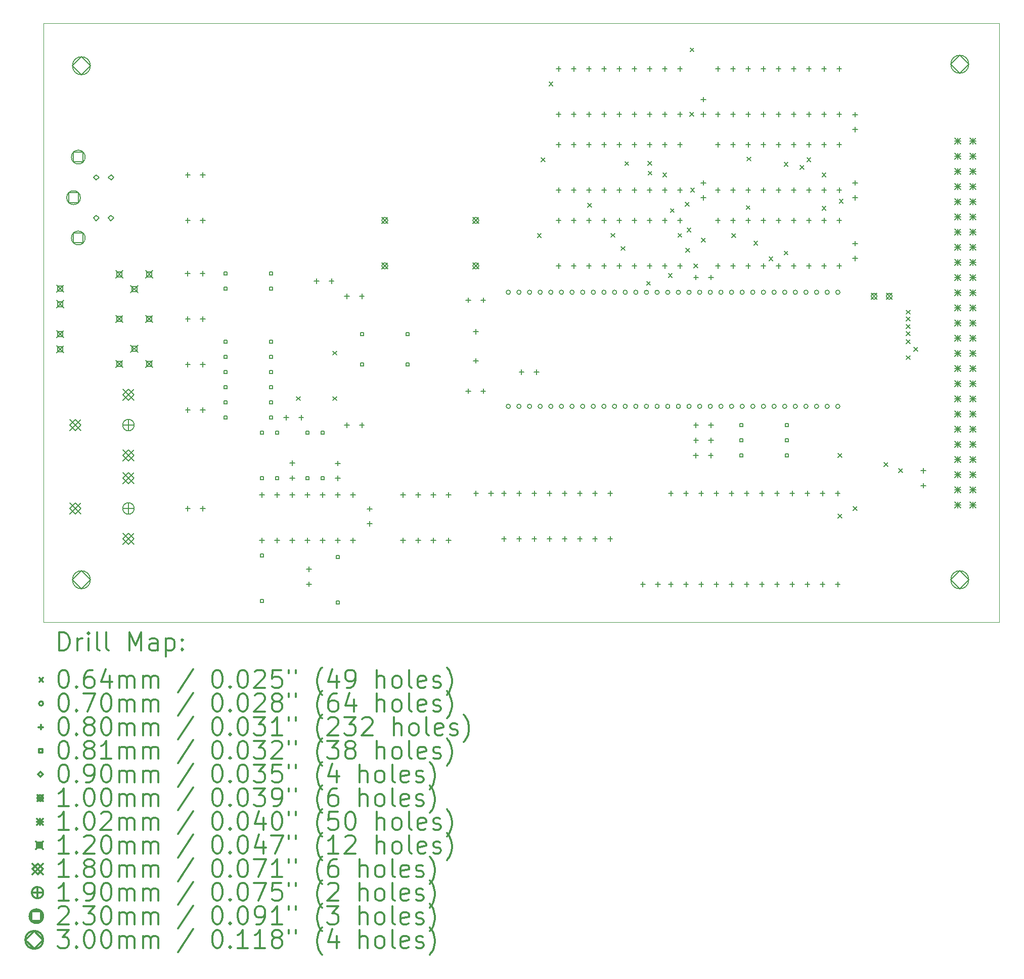
<source format=gbr>
%FSLAX45Y45*%
G04 Gerber Fmt 4.5, Leading zero omitted, Abs format (unit mm)*
G04 Created by KiCad (PCBNEW 4.0.7-e2-6376~61~ubuntu18.04.1) date Wed Dec  5 23:41:03 2018*
%MOMM*%
%LPD*%
G01*
G04 APERTURE LIST*
%ADD10C,0.127000*%
%ADD11C,0.100000*%
%ADD12C,0.200000*%
%ADD13C,0.300000*%
G04 APERTURE END LIST*
D10*
D11*
X22225000Y-4572000D02*
X22225000Y-14605000D01*
X6223000Y-14605000D02*
X6223000Y-4572000D01*
X22225000Y-14605000D02*
X6223000Y-14605000D01*
X6223000Y-4572000D02*
X22225000Y-4572000D01*
D12*
X10456750Y-10826750D02*
X10520250Y-10890250D01*
X10520250Y-10826750D02*
X10456750Y-10890250D01*
X11068050Y-10826750D02*
X11131550Y-10890250D01*
X11131550Y-10826750D02*
X11068050Y-10890250D01*
X11069750Y-10064750D02*
X11133250Y-10128250D01*
X11133250Y-10064750D02*
X11069750Y-10128250D01*
X14490699Y-8096250D02*
X14554199Y-8159750D01*
X14554199Y-8096250D02*
X14490699Y-8159750D01*
X14554199Y-6826250D02*
X14617699Y-6889750D01*
X14617699Y-6826250D02*
X14554199Y-6889750D01*
X14687550Y-5556250D02*
X14751050Y-5619750D01*
X14751050Y-5556250D02*
X14687550Y-5619750D01*
X15335250Y-7588250D02*
X15398750Y-7651750D01*
X15398750Y-7588250D02*
X15335250Y-7651750D01*
X15725057Y-8089899D02*
X15788557Y-8153399D01*
X15788557Y-8089899D02*
X15725057Y-8153399D01*
X15894050Y-8312790D02*
X15957550Y-8376290D01*
X15957550Y-8312790D02*
X15894050Y-8376290D01*
X15957550Y-6889754D02*
X16021050Y-6953254D01*
X16021050Y-6889754D02*
X15957550Y-6953254D01*
X16323315Y-8895703D02*
X16386815Y-8959203D01*
X16386815Y-8895703D02*
X16323315Y-8959203D01*
X16340804Y-6883401D02*
X16404304Y-6946901D01*
X16404304Y-6883401D02*
X16340804Y-6946901D01*
X16346002Y-7048502D02*
X16409502Y-7112002D01*
X16409502Y-7048502D02*
X16346002Y-7112002D01*
X16592550Y-7080250D02*
X16656050Y-7143750D01*
X16656050Y-7080250D02*
X16592550Y-7143750D01*
X16684667Y-8766132D02*
X16748167Y-8829632D01*
X16748167Y-8766132D02*
X16684667Y-8829632D01*
X16719550Y-7677150D02*
X16783050Y-7740650D01*
X16783050Y-7677150D02*
X16719550Y-7740650D01*
X16846550Y-8089899D02*
X16910050Y-8153399D01*
X16910050Y-8089899D02*
X16846550Y-8153399D01*
X16968471Y-7569200D02*
X17031971Y-7632700D01*
X17031971Y-7569200D02*
X16968471Y-7632700D01*
X16978800Y-8340892D02*
X17042300Y-8404392D01*
X17042300Y-8340892D02*
X16978800Y-8404392D01*
X16998949Y-8000999D02*
X17062449Y-8064499D01*
X17062449Y-8000999D02*
X16998949Y-8064499D01*
X17047208Y-6064250D02*
X17110708Y-6127750D01*
X17110708Y-6064250D02*
X17047208Y-6127750D01*
X17049750Y-4984750D02*
X17113250Y-5048250D01*
X17113250Y-4984750D02*
X17049750Y-5048250D01*
X17056101Y-7334250D02*
X17119601Y-7397750D01*
X17119601Y-7334250D02*
X17056101Y-7397750D01*
X17113250Y-8604250D02*
X17176750Y-8667750D01*
X17176750Y-8604250D02*
X17113250Y-8667750D01*
X17240250Y-8172450D02*
X17303750Y-8235950D01*
X17303750Y-8172450D02*
X17240250Y-8235950D01*
X17748250Y-8096250D02*
X17811750Y-8159750D01*
X17811750Y-8096250D02*
X17748250Y-8159750D01*
X17989550Y-7625705D02*
X18053050Y-7689205D01*
X18053050Y-7625705D02*
X17989550Y-7689205D01*
X18002250Y-6813550D02*
X18065750Y-6877050D01*
X18065750Y-6813550D02*
X18002250Y-6877050D01*
X18116550Y-8223250D02*
X18180050Y-8286750D01*
X18180050Y-8223250D02*
X18116550Y-8286750D01*
X18370550Y-8484712D02*
X18434050Y-8548212D01*
X18434050Y-8484712D02*
X18370550Y-8548212D01*
X18623328Y-6901227D02*
X18686828Y-6964727D01*
X18686828Y-6901227D02*
X18623328Y-6964727D01*
X18624550Y-8388350D02*
X18688050Y-8451850D01*
X18688050Y-8388350D02*
X18624550Y-8451850D01*
X18891251Y-6953250D02*
X18954751Y-7016750D01*
X18954751Y-6953250D02*
X18891251Y-7016750D01*
X19005550Y-6826250D02*
X19069050Y-6889750D01*
X19069050Y-6826250D02*
X19005550Y-6889750D01*
X19259549Y-7080250D02*
X19323049Y-7143750D01*
X19323049Y-7080250D02*
X19259549Y-7143750D01*
X19259550Y-7639050D02*
X19323050Y-7702550D01*
X19323050Y-7639050D02*
X19259550Y-7702550D01*
X19526250Y-11779250D02*
X19589750Y-11842750D01*
X19589750Y-11779250D02*
X19526250Y-11842750D01*
X19526250Y-12795250D02*
X19589750Y-12858750D01*
X19589750Y-12795250D02*
X19526250Y-12858750D01*
X19549100Y-7519823D02*
X19612600Y-7583323D01*
X19612600Y-7519823D02*
X19549100Y-7583323D01*
X19780250Y-12668250D02*
X19843750Y-12731750D01*
X19843750Y-12668250D02*
X19780250Y-12731750D01*
X20297981Y-11932667D02*
X20361481Y-11996167D01*
X20361481Y-11932667D02*
X20297981Y-11996167D01*
X20542250Y-12033250D02*
X20605750Y-12096750D01*
X20605750Y-12033250D02*
X20542250Y-12096750D01*
X20669250Y-9378950D02*
X20732750Y-9442450D01*
X20732750Y-9378950D02*
X20669250Y-9442450D01*
X20669251Y-9620250D02*
X20732751Y-9683750D01*
X20732751Y-9620250D02*
X20669251Y-9683750D01*
X20669251Y-9874250D02*
X20732751Y-9937750D01*
X20732751Y-9874250D02*
X20669251Y-9937750D01*
X20669251Y-10140950D02*
X20732751Y-10204450D01*
X20732751Y-10140950D02*
X20669251Y-10204450D01*
X20670039Y-9737584D02*
X20733539Y-9801084D01*
X20733539Y-9737584D02*
X20670039Y-9801084D01*
X20670472Y-9494472D02*
X20733972Y-9557972D01*
X20733972Y-9494472D02*
X20670472Y-9557972D01*
X20796250Y-10001250D02*
X20859750Y-10064750D01*
X20859750Y-10001250D02*
X20796250Y-10064750D01*
X14040000Y-9077960D02*
G75*
G03X14040000Y-9077960I-35000J0D01*
G01*
X14040000Y-10988040D02*
G75*
G03X14040000Y-10988040I-35000J0D01*
G01*
X14218000Y-9077960D02*
G75*
G03X14218000Y-9077960I-35000J0D01*
G01*
X14218000Y-10988040D02*
G75*
G03X14218000Y-10988040I-35000J0D01*
G01*
X14396000Y-9077960D02*
G75*
G03X14396000Y-9077960I-35000J0D01*
G01*
X14396000Y-10988040D02*
G75*
G03X14396000Y-10988040I-35000J0D01*
G01*
X14574000Y-9077960D02*
G75*
G03X14574000Y-9077960I-35000J0D01*
G01*
X14574000Y-10988040D02*
G75*
G03X14574000Y-10988040I-35000J0D01*
G01*
X14752000Y-9077960D02*
G75*
G03X14752000Y-9077960I-35000J0D01*
G01*
X14752000Y-10988040D02*
G75*
G03X14752000Y-10988040I-35000J0D01*
G01*
X14930000Y-9077960D02*
G75*
G03X14930000Y-9077960I-35000J0D01*
G01*
X14930000Y-10988040D02*
G75*
G03X14930000Y-10988040I-35000J0D01*
G01*
X15108000Y-9077960D02*
G75*
G03X15108000Y-9077960I-35000J0D01*
G01*
X15108000Y-10988040D02*
G75*
G03X15108000Y-10988040I-35000J0D01*
G01*
X15286000Y-9077960D02*
G75*
G03X15286000Y-9077960I-35000J0D01*
G01*
X15286000Y-10988040D02*
G75*
G03X15286000Y-10988040I-35000J0D01*
G01*
X15464000Y-9077960D02*
G75*
G03X15464000Y-9077960I-35000J0D01*
G01*
X15464000Y-10988040D02*
G75*
G03X15464000Y-10988040I-35000J0D01*
G01*
X15642000Y-9077960D02*
G75*
G03X15642000Y-9077960I-35000J0D01*
G01*
X15642000Y-10988040D02*
G75*
G03X15642000Y-10988040I-35000J0D01*
G01*
X15820000Y-9077960D02*
G75*
G03X15820000Y-9077960I-35000J0D01*
G01*
X15820000Y-10988040D02*
G75*
G03X15820000Y-10988040I-35000J0D01*
G01*
X15998000Y-9077960D02*
G75*
G03X15998000Y-9077960I-35000J0D01*
G01*
X15998000Y-10988040D02*
G75*
G03X15998000Y-10988040I-35000J0D01*
G01*
X16176000Y-9077960D02*
G75*
G03X16176000Y-9077960I-35000J0D01*
G01*
X16176000Y-10988040D02*
G75*
G03X16176000Y-10988040I-35000J0D01*
G01*
X16354000Y-9077960D02*
G75*
G03X16354000Y-9077960I-35000J0D01*
G01*
X16354000Y-10988040D02*
G75*
G03X16354000Y-10988040I-35000J0D01*
G01*
X16532000Y-9077960D02*
G75*
G03X16532000Y-9077960I-35000J0D01*
G01*
X16532000Y-10988040D02*
G75*
G03X16532000Y-10988040I-35000J0D01*
G01*
X16710000Y-9077960D02*
G75*
G03X16710000Y-9077960I-35000J0D01*
G01*
X16710000Y-10988040D02*
G75*
G03X16710000Y-10988040I-35000J0D01*
G01*
X16888000Y-9077960D02*
G75*
G03X16888000Y-9077960I-35000J0D01*
G01*
X16888000Y-10988040D02*
G75*
G03X16888000Y-10988040I-35000J0D01*
G01*
X17066000Y-9077960D02*
G75*
G03X17066000Y-9077960I-35000J0D01*
G01*
X17066000Y-10988040D02*
G75*
G03X17066000Y-10988040I-35000J0D01*
G01*
X17244000Y-9077960D02*
G75*
G03X17244000Y-9077960I-35000J0D01*
G01*
X17244000Y-10988040D02*
G75*
G03X17244000Y-10988040I-35000J0D01*
G01*
X17422000Y-9077960D02*
G75*
G03X17422000Y-9077960I-35000J0D01*
G01*
X17422000Y-10988040D02*
G75*
G03X17422000Y-10988040I-35000J0D01*
G01*
X17600000Y-9077960D02*
G75*
G03X17600000Y-9077960I-35000J0D01*
G01*
X17600000Y-10988040D02*
G75*
G03X17600000Y-10988040I-35000J0D01*
G01*
X17778000Y-9077960D02*
G75*
G03X17778000Y-9077960I-35000J0D01*
G01*
X17778000Y-10988040D02*
G75*
G03X17778000Y-10988040I-35000J0D01*
G01*
X17956000Y-9077960D02*
G75*
G03X17956000Y-9077960I-35000J0D01*
G01*
X17956000Y-10988040D02*
G75*
G03X17956000Y-10988040I-35000J0D01*
G01*
X18134000Y-9077960D02*
G75*
G03X18134000Y-9077960I-35000J0D01*
G01*
X18134000Y-10988040D02*
G75*
G03X18134000Y-10988040I-35000J0D01*
G01*
X18312000Y-9077960D02*
G75*
G03X18312000Y-9077960I-35000J0D01*
G01*
X18312000Y-10988040D02*
G75*
G03X18312000Y-10988040I-35000J0D01*
G01*
X18490000Y-9077960D02*
G75*
G03X18490000Y-9077960I-35000J0D01*
G01*
X18490000Y-10988040D02*
G75*
G03X18490000Y-10988040I-35000J0D01*
G01*
X18668000Y-9077960D02*
G75*
G03X18668000Y-9077960I-35000J0D01*
G01*
X18668000Y-10988040D02*
G75*
G03X18668000Y-10988040I-35000J0D01*
G01*
X18846000Y-9077960D02*
G75*
G03X18846000Y-9077960I-35000J0D01*
G01*
X18846000Y-10988040D02*
G75*
G03X18846000Y-10988040I-35000J0D01*
G01*
X19024000Y-9077960D02*
G75*
G03X19024000Y-9077960I-35000J0D01*
G01*
X19024000Y-10988040D02*
G75*
G03X19024000Y-10988040I-35000J0D01*
G01*
X19202000Y-9077960D02*
G75*
G03X19202000Y-9077960I-35000J0D01*
G01*
X19202000Y-10988040D02*
G75*
G03X19202000Y-10988040I-35000J0D01*
G01*
X19380000Y-9077960D02*
G75*
G03X19380000Y-9077960I-35000J0D01*
G01*
X19380000Y-10988040D02*
G75*
G03X19380000Y-10988040I-35000J0D01*
G01*
X19558000Y-9077960D02*
G75*
G03X19558000Y-9077960I-35000J0D01*
G01*
X19558000Y-10988040D02*
G75*
G03X19558000Y-10988040I-35000J0D01*
G01*
X8636000Y-8723000D02*
X8636000Y-8803000D01*
X8596000Y-8763000D02*
X8676000Y-8763000D01*
X8640000Y-7072000D02*
X8640000Y-7152000D01*
X8600000Y-7112000D02*
X8680000Y-7112000D01*
X8640000Y-7834000D02*
X8640000Y-7914000D01*
X8600000Y-7874000D02*
X8680000Y-7874000D01*
X8640000Y-9485000D02*
X8640000Y-9565000D01*
X8600000Y-9525000D02*
X8680000Y-9525000D01*
X8640000Y-10247000D02*
X8640000Y-10327000D01*
X8600000Y-10287000D02*
X8680000Y-10287000D01*
X8640000Y-11009000D02*
X8640000Y-11089000D01*
X8600000Y-11049000D02*
X8680000Y-11049000D01*
X8640000Y-12660000D02*
X8640000Y-12740000D01*
X8600000Y-12700000D02*
X8680000Y-12700000D01*
X8886000Y-8723000D02*
X8886000Y-8803000D01*
X8846000Y-8763000D02*
X8926000Y-8763000D01*
X8890000Y-7072000D02*
X8890000Y-7152000D01*
X8850000Y-7112000D02*
X8930000Y-7112000D01*
X8890000Y-7834000D02*
X8890000Y-7914000D01*
X8850000Y-7874000D02*
X8930000Y-7874000D01*
X8890000Y-9485000D02*
X8890000Y-9565000D01*
X8850000Y-9525000D02*
X8930000Y-9525000D01*
X8890000Y-10247000D02*
X8890000Y-10327000D01*
X8850000Y-10287000D02*
X8930000Y-10287000D01*
X8890000Y-11009000D02*
X8890000Y-11089000D01*
X8850000Y-11049000D02*
X8930000Y-11049000D01*
X8890000Y-12660000D02*
X8890000Y-12740000D01*
X8850000Y-12700000D02*
X8930000Y-12700000D01*
X9880600Y-12431400D02*
X9880600Y-12511400D01*
X9840600Y-12471400D02*
X9920600Y-12471400D01*
X9880600Y-13193400D02*
X9880600Y-13273400D01*
X9840600Y-13233400D02*
X9920600Y-13233400D01*
X10134600Y-12431400D02*
X10134600Y-12511400D01*
X10094600Y-12471400D02*
X10174600Y-12471400D01*
X10134600Y-13193400D02*
X10134600Y-13273400D01*
X10094600Y-13233400D02*
X10174600Y-13233400D01*
X10287000Y-11136000D02*
X10287000Y-11216000D01*
X10247000Y-11176000D02*
X10327000Y-11176000D01*
X10388600Y-11898000D02*
X10388600Y-11978000D01*
X10348600Y-11938000D02*
X10428600Y-11938000D01*
X10388600Y-12148000D02*
X10388600Y-12228000D01*
X10348600Y-12188000D02*
X10428600Y-12188000D01*
X10388600Y-12431400D02*
X10388600Y-12511400D01*
X10348600Y-12471400D02*
X10428600Y-12471400D01*
X10388600Y-13193400D02*
X10388600Y-13273400D01*
X10348600Y-13233400D02*
X10428600Y-13233400D01*
X10537000Y-11136000D02*
X10537000Y-11216000D01*
X10497000Y-11176000D02*
X10577000Y-11176000D01*
X10642600Y-12431400D02*
X10642600Y-12511400D01*
X10602600Y-12471400D02*
X10682600Y-12471400D01*
X10642600Y-13193400D02*
X10642600Y-13273400D01*
X10602600Y-13233400D02*
X10682600Y-13233400D01*
X10668000Y-13676000D02*
X10668000Y-13756000D01*
X10628000Y-13716000D02*
X10708000Y-13716000D01*
X10668000Y-13926000D02*
X10668000Y-14006000D01*
X10628000Y-13966000D02*
X10708000Y-13966000D01*
X10795000Y-8850000D02*
X10795000Y-8930000D01*
X10755000Y-8890000D02*
X10835000Y-8890000D01*
X10896600Y-12431400D02*
X10896600Y-12511400D01*
X10856600Y-12471400D02*
X10936600Y-12471400D01*
X10896600Y-13193400D02*
X10896600Y-13273400D01*
X10856600Y-13233400D02*
X10936600Y-13233400D01*
X11045000Y-8850000D02*
X11045000Y-8930000D01*
X11005000Y-8890000D02*
X11085000Y-8890000D01*
X11150600Y-11902000D02*
X11150600Y-11982000D01*
X11110600Y-11942000D02*
X11190600Y-11942000D01*
X11150600Y-12152000D02*
X11150600Y-12232000D01*
X11110600Y-12192000D02*
X11190600Y-12192000D01*
X11150600Y-12431400D02*
X11150600Y-12511400D01*
X11110600Y-12471400D02*
X11190600Y-12471400D01*
X11150600Y-13193400D02*
X11150600Y-13273400D01*
X11110600Y-13233400D02*
X11190600Y-13233400D01*
X11303000Y-9104000D02*
X11303000Y-9184000D01*
X11263000Y-9144000D02*
X11343000Y-9144000D01*
X11303000Y-11263000D02*
X11303000Y-11343000D01*
X11263000Y-11303000D02*
X11343000Y-11303000D01*
X11404600Y-12431400D02*
X11404600Y-12511400D01*
X11364600Y-12471400D02*
X11444600Y-12471400D01*
X11404600Y-13193400D02*
X11404600Y-13273400D01*
X11364600Y-13233400D02*
X11444600Y-13233400D01*
X11553000Y-9104000D02*
X11553000Y-9184000D01*
X11513000Y-9144000D02*
X11593000Y-9144000D01*
X11553000Y-11263000D02*
X11553000Y-11343000D01*
X11513000Y-11303000D02*
X11593000Y-11303000D01*
X11684000Y-12664000D02*
X11684000Y-12744000D01*
X11644000Y-12704000D02*
X11724000Y-12704000D01*
X11684000Y-12914000D02*
X11684000Y-12994000D01*
X11644000Y-12954000D02*
X11724000Y-12954000D01*
X12242800Y-12431400D02*
X12242800Y-12511400D01*
X12202800Y-12471400D02*
X12282800Y-12471400D01*
X12242800Y-13193400D02*
X12242800Y-13273400D01*
X12202800Y-13233400D02*
X12282800Y-13233400D01*
X12496800Y-12431400D02*
X12496800Y-12511400D01*
X12456800Y-12471400D02*
X12536800Y-12471400D01*
X12496800Y-13193400D02*
X12496800Y-13273400D01*
X12456800Y-13233400D02*
X12536800Y-13233400D01*
X12750800Y-12431400D02*
X12750800Y-12511400D01*
X12710800Y-12471400D02*
X12790800Y-12471400D01*
X12750800Y-13193400D02*
X12750800Y-13273400D01*
X12710800Y-13233400D02*
X12790800Y-13233400D01*
X13004800Y-12431400D02*
X13004800Y-12511400D01*
X12964800Y-12471400D02*
X13044800Y-12471400D01*
X13004800Y-13193400D02*
X13004800Y-13273400D01*
X12964800Y-13233400D02*
X13044800Y-13233400D01*
X13335000Y-9167500D02*
X13335000Y-9247500D01*
X13295000Y-9207500D02*
X13375000Y-9207500D01*
X13335000Y-10691500D02*
X13335000Y-10771500D01*
X13295000Y-10731500D02*
X13375000Y-10731500D01*
X13462000Y-9695500D02*
X13462000Y-9775500D01*
X13422000Y-9735500D02*
X13502000Y-9735500D01*
X13462000Y-10183500D02*
X13462000Y-10263500D01*
X13422000Y-10223500D02*
X13502000Y-10223500D01*
X13466000Y-12406000D02*
X13466000Y-12486000D01*
X13426000Y-12446000D02*
X13506000Y-12446000D01*
X13585000Y-9167500D02*
X13585000Y-9247500D01*
X13545000Y-9207500D02*
X13625000Y-9207500D01*
X13585000Y-10691500D02*
X13585000Y-10771500D01*
X13545000Y-10731500D02*
X13625000Y-10731500D01*
X13716000Y-12406000D02*
X13716000Y-12486000D01*
X13676000Y-12446000D02*
X13756000Y-12446000D01*
X13931900Y-12406000D02*
X13931900Y-12486000D01*
X13891900Y-12446000D02*
X13971900Y-12446000D01*
X13931900Y-13168000D02*
X13931900Y-13248000D01*
X13891900Y-13208000D02*
X13971900Y-13208000D01*
X14185900Y-12406000D02*
X14185900Y-12486000D01*
X14145900Y-12446000D02*
X14225900Y-12446000D01*
X14185900Y-13168000D02*
X14185900Y-13248000D01*
X14145900Y-13208000D02*
X14225900Y-13208000D01*
X14228000Y-10374000D02*
X14228000Y-10454000D01*
X14188000Y-10414000D02*
X14268000Y-10414000D01*
X14439900Y-12406000D02*
X14439900Y-12486000D01*
X14399900Y-12446000D02*
X14479900Y-12446000D01*
X14439900Y-13168000D02*
X14439900Y-13248000D01*
X14399900Y-13208000D02*
X14479900Y-13208000D01*
X14478000Y-10374000D02*
X14478000Y-10454000D01*
X14438000Y-10414000D02*
X14518000Y-10414000D01*
X14693900Y-12406000D02*
X14693900Y-12486000D01*
X14653900Y-12446000D02*
X14733900Y-12446000D01*
X14693900Y-13168000D02*
X14693900Y-13248000D01*
X14653900Y-13208000D02*
X14733900Y-13208000D01*
X14846300Y-5294000D02*
X14846300Y-5374000D01*
X14806300Y-5334000D02*
X14886300Y-5334000D01*
X14846300Y-6056000D02*
X14846300Y-6136000D01*
X14806300Y-6096000D02*
X14886300Y-6096000D01*
X14846300Y-6564000D02*
X14846300Y-6644000D01*
X14806300Y-6604000D02*
X14886300Y-6604000D01*
X14846300Y-7326000D02*
X14846300Y-7406000D01*
X14806300Y-7366000D02*
X14886300Y-7366000D01*
X14846300Y-7834000D02*
X14846300Y-7914000D01*
X14806300Y-7874000D02*
X14886300Y-7874000D01*
X14846300Y-8596000D02*
X14846300Y-8676000D01*
X14806300Y-8636000D02*
X14886300Y-8636000D01*
X14947900Y-12406000D02*
X14947900Y-12486000D01*
X14907900Y-12446000D02*
X14987900Y-12446000D01*
X14947900Y-13168000D02*
X14947900Y-13248000D01*
X14907900Y-13208000D02*
X14987900Y-13208000D01*
X15100300Y-5294000D02*
X15100300Y-5374000D01*
X15060300Y-5334000D02*
X15140300Y-5334000D01*
X15100300Y-6056000D02*
X15100300Y-6136000D01*
X15060300Y-6096000D02*
X15140300Y-6096000D01*
X15100300Y-6564000D02*
X15100300Y-6644000D01*
X15060300Y-6604000D02*
X15140300Y-6604000D01*
X15100300Y-7326000D02*
X15100300Y-7406000D01*
X15060300Y-7366000D02*
X15140300Y-7366000D01*
X15100300Y-7834000D02*
X15100300Y-7914000D01*
X15060300Y-7874000D02*
X15140300Y-7874000D01*
X15100300Y-8596000D02*
X15100300Y-8676000D01*
X15060300Y-8636000D02*
X15140300Y-8636000D01*
X15201900Y-12406000D02*
X15201900Y-12486000D01*
X15161900Y-12446000D02*
X15241900Y-12446000D01*
X15201900Y-13168000D02*
X15201900Y-13248000D01*
X15161900Y-13208000D02*
X15241900Y-13208000D01*
X15354300Y-5294000D02*
X15354300Y-5374000D01*
X15314300Y-5334000D02*
X15394300Y-5334000D01*
X15354300Y-6056000D02*
X15354300Y-6136000D01*
X15314300Y-6096000D02*
X15394300Y-6096000D01*
X15354300Y-6564000D02*
X15354300Y-6644000D01*
X15314300Y-6604000D02*
X15394300Y-6604000D01*
X15354300Y-7326000D02*
X15354300Y-7406000D01*
X15314300Y-7366000D02*
X15394300Y-7366000D01*
X15354300Y-7834000D02*
X15354300Y-7914000D01*
X15314300Y-7874000D02*
X15394300Y-7874000D01*
X15354300Y-8596000D02*
X15354300Y-8676000D01*
X15314300Y-8636000D02*
X15394300Y-8636000D01*
X15455900Y-12406000D02*
X15455900Y-12486000D01*
X15415900Y-12446000D02*
X15495900Y-12446000D01*
X15455900Y-13168000D02*
X15455900Y-13248000D01*
X15415900Y-13208000D02*
X15495900Y-13208000D01*
X15608300Y-5294000D02*
X15608300Y-5374000D01*
X15568300Y-5334000D02*
X15648300Y-5334000D01*
X15608300Y-6056000D02*
X15608300Y-6136000D01*
X15568300Y-6096000D02*
X15648300Y-6096000D01*
X15608300Y-6564000D02*
X15608300Y-6644000D01*
X15568300Y-6604000D02*
X15648300Y-6604000D01*
X15608300Y-7326000D02*
X15608300Y-7406000D01*
X15568300Y-7366000D02*
X15648300Y-7366000D01*
X15608300Y-7834000D02*
X15608300Y-7914000D01*
X15568300Y-7874000D02*
X15648300Y-7874000D01*
X15608300Y-8596000D02*
X15608300Y-8676000D01*
X15568300Y-8636000D02*
X15648300Y-8636000D01*
X15709900Y-12406000D02*
X15709900Y-12486000D01*
X15669900Y-12446000D02*
X15749900Y-12446000D01*
X15709900Y-13168000D02*
X15709900Y-13248000D01*
X15669900Y-13208000D02*
X15749900Y-13208000D01*
X15862300Y-5294000D02*
X15862300Y-5374000D01*
X15822300Y-5334000D02*
X15902300Y-5334000D01*
X15862300Y-6056000D02*
X15862300Y-6136000D01*
X15822300Y-6096000D02*
X15902300Y-6096000D01*
X15862300Y-6564000D02*
X15862300Y-6644000D01*
X15822300Y-6604000D02*
X15902300Y-6604000D01*
X15862300Y-7326000D02*
X15862300Y-7406000D01*
X15822300Y-7366000D02*
X15902300Y-7366000D01*
X15862300Y-7834000D02*
X15862300Y-7914000D01*
X15822300Y-7874000D02*
X15902300Y-7874000D01*
X15862300Y-8596000D02*
X15862300Y-8676000D01*
X15822300Y-8636000D02*
X15902300Y-8636000D01*
X16116300Y-5294000D02*
X16116300Y-5374000D01*
X16076300Y-5334000D02*
X16156300Y-5334000D01*
X16116300Y-6056000D02*
X16116300Y-6136000D01*
X16076300Y-6096000D02*
X16156300Y-6096000D01*
X16116300Y-6564000D02*
X16116300Y-6644000D01*
X16076300Y-6604000D02*
X16156300Y-6604000D01*
X16116300Y-7326000D02*
X16116300Y-7406000D01*
X16076300Y-7366000D02*
X16156300Y-7366000D01*
X16116300Y-7834000D02*
X16116300Y-7914000D01*
X16076300Y-7874000D02*
X16156300Y-7874000D01*
X16116300Y-8596000D02*
X16116300Y-8676000D01*
X16076300Y-8636000D02*
X16156300Y-8636000D01*
X16260000Y-13930000D02*
X16260000Y-14010000D01*
X16220000Y-13970000D02*
X16300000Y-13970000D01*
X16370300Y-5294000D02*
X16370300Y-5374000D01*
X16330300Y-5334000D02*
X16410300Y-5334000D01*
X16370300Y-6056000D02*
X16370300Y-6136000D01*
X16330300Y-6096000D02*
X16410300Y-6096000D01*
X16370300Y-6564000D02*
X16370300Y-6644000D01*
X16330300Y-6604000D02*
X16410300Y-6604000D01*
X16370300Y-7326000D02*
X16370300Y-7406000D01*
X16330300Y-7366000D02*
X16410300Y-7366000D01*
X16370300Y-7834000D02*
X16370300Y-7914000D01*
X16330300Y-7874000D02*
X16410300Y-7874000D01*
X16370300Y-8596000D02*
X16370300Y-8676000D01*
X16330300Y-8636000D02*
X16410300Y-8636000D01*
X16510000Y-13930000D02*
X16510000Y-14010000D01*
X16470000Y-13970000D02*
X16550000Y-13970000D01*
X16624300Y-5294000D02*
X16624300Y-5374000D01*
X16584300Y-5334000D02*
X16664300Y-5334000D01*
X16624300Y-6056000D02*
X16624300Y-6136000D01*
X16584300Y-6096000D02*
X16664300Y-6096000D01*
X16624300Y-6564000D02*
X16624300Y-6644000D01*
X16584300Y-6604000D02*
X16664300Y-6604000D01*
X16624300Y-7326000D02*
X16624300Y-7406000D01*
X16584300Y-7366000D02*
X16664300Y-7366000D01*
X16624300Y-7834000D02*
X16624300Y-7914000D01*
X16584300Y-7874000D02*
X16664300Y-7874000D01*
X16624300Y-8596000D02*
X16624300Y-8676000D01*
X16584300Y-8636000D02*
X16664300Y-8636000D01*
X16725900Y-12406000D02*
X16725900Y-12486000D01*
X16685900Y-12446000D02*
X16765900Y-12446000D01*
X16725900Y-13930000D02*
X16725900Y-14010000D01*
X16685900Y-13970000D02*
X16765900Y-13970000D01*
X16878300Y-5294000D02*
X16878300Y-5374000D01*
X16838300Y-5334000D02*
X16918300Y-5334000D01*
X16878300Y-6056000D02*
X16878300Y-6136000D01*
X16838300Y-6096000D02*
X16918300Y-6096000D01*
X16878300Y-6564000D02*
X16878300Y-6644000D01*
X16838300Y-6604000D02*
X16918300Y-6604000D01*
X16878300Y-7326000D02*
X16878300Y-7406000D01*
X16838300Y-7366000D02*
X16918300Y-7366000D01*
X16878300Y-7834000D02*
X16878300Y-7914000D01*
X16838300Y-7874000D02*
X16918300Y-7874000D01*
X16878300Y-8596000D02*
X16878300Y-8676000D01*
X16838300Y-8636000D02*
X16918300Y-8636000D01*
X16979900Y-12406000D02*
X16979900Y-12486000D01*
X16939900Y-12446000D02*
X17019900Y-12446000D01*
X16979900Y-13930000D02*
X16979900Y-14010000D01*
X16939900Y-13970000D02*
X17019900Y-13970000D01*
X17145000Y-11771000D02*
X17145000Y-11851000D01*
X17105000Y-11811000D02*
X17185000Y-11811000D01*
X17149000Y-8786500D02*
X17149000Y-8866500D01*
X17109000Y-8826500D02*
X17189000Y-8826500D01*
X17149000Y-11263000D02*
X17149000Y-11343000D01*
X17109000Y-11303000D02*
X17189000Y-11303000D01*
X17149000Y-11517000D02*
X17149000Y-11597000D01*
X17109000Y-11557000D02*
X17189000Y-11557000D01*
X17233900Y-12406000D02*
X17233900Y-12486000D01*
X17193900Y-12446000D02*
X17273900Y-12446000D01*
X17233900Y-13930000D02*
X17233900Y-14010000D01*
X17193900Y-13970000D02*
X17273900Y-13970000D01*
X17272000Y-5806000D02*
X17272000Y-5886000D01*
X17232000Y-5846000D02*
X17312000Y-5846000D01*
X17272000Y-6056000D02*
X17272000Y-6136000D01*
X17232000Y-6096000D02*
X17312000Y-6096000D01*
X17272000Y-7203000D02*
X17272000Y-7283000D01*
X17232000Y-7243000D02*
X17312000Y-7243000D01*
X17272000Y-7453000D02*
X17272000Y-7533000D01*
X17232000Y-7493000D02*
X17312000Y-7493000D01*
X17395000Y-11771000D02*
X17395000Y-11851000D01*
X17355000Y-11811000D02*
X17435000Y-11811000D01*
X17399000Y-8786500D02*
X17399000Y-8866500D01*
X17359000Y-8826500D02*
X17439000Y-8826500D01*
X17399000Y-11263000D02*
X17399000Y-11343000D01*
X17359000Y-11303000D02*
X17439000Y-11303000D01*
X17399000Y-11517000D02*
X17399000Y-11597000D01*
X17359000Y-11557000D02*
X17439000Y-11557000D01*
X17487900Y-12406000D02*
X17487900Y-12486000D01*
X17447900Y-12446000D02*
X17527900Y-12446000D01*
X17487900Y-13930000D02*
X17487900Y-14010000D01*
X17447900Y-13970000D02*
X17527900Y-13970000D01*
X17513300Y-5294000D02*
X17513300Y-5374000D01*
X17473300Y-5334000D02*
X17553300Y-5334000D01*
X17513300Y-6056000D02*
X17513300Y-6136000D01*
X17473300Y-6096000D02*
X17553300Y-6096000D01*
X17513300Y-6564000D02*
X17513300Y-6644000D01*
X17473300Y-6604000D02*
X17553300Y-6604000D01*
X17513300Y-7326000D02*
X17513300Y-7406000D01*
X17473300Y-7366000D02*
X17553300Y-7366000D01*
X17513300Y-7834000D02*
X17513300Y-7914000D01*
X17473300Y-7874000D02*
X17553300Y-7874000D01*
X17513300Y-8596000D02*
X17513300Y-8676000D01*
X17473300Y-8636000D02*
X17553300Y-8636000D01*
X17741900Y-12406000D02*
X17741900Y-12486000D01*
X17701900Y-12446000D02*
X17781900Y-12446000D01*
X17741900Y-13930000D02*
X17741900Y-14010000D01*
X17701900Y-13970000D02*
X17781900Y-13970000D01*
X17767300Y-5294000D02*
X17767300Y-5374000D01*
X17727300Y-5334000D02*
X17807300Y-5334000D01*
X17767300Y-6056000D02*
X17767300Y-6136000D01*
X17727300Y-6096000D02*
X17807300Y-6096000D01*
X17767300Y-6564000D02*
X17767300Y-6644000D01*
X17727300Y-6604000D02*
X17807300Y-6604000D01*
X17767300Y-7326000D02*
X17767300Y-7406000D01*
X17727300Y-7366000D02*
X17807300Y-7366000D01*
X17767300Y-7834000D02*
X17767300Y-7914000D01*
X17727300Y-7874000D02*
X17807300Y-7874000D01*
X17767300Y-8596000D02*
X17767300Y-8676000D01*
X17727300Y-8636000D02*
X17807300Y-8636000D01*
X17995900Y-12406000D02*
X17995900Y-12486000D01*
X17955900Y-12446000D02*
X18035900Y-12446000D01*
X17995900Y-13930000D02*
X17995900Y-14010000D01*
X17955900Y-13970000D02*
X18035900Y-13970000D01*
X18021300Y-5294000D02*
X18021300Y-5374000D01*
X17981300Y-5334000D02*
X18061300Y-5334000D01*
X18021300Y-6056000D02*
X18021300Y-6136000D01*
X17981300Y-6096000D02*
X18061300Y-6096000D01*
X18021300Y-6564000D02*
X18021300Y-6644000D01*
X17981300Y-6604000D02*
X18061300Y-6604000D01*
X18021300Y-7326000D02*
X18021300Y-7406000D01*
X17981300Y-7366000D02*
X18061300Y-7366000D01*
X18021300Y-7834000D02*
X18021300Y-7914000D01*
X17981300Y-7874000D02*
X18061300Y-7874000D01*
X18021300Y-8596000D02*
X18021300Y-8676000D01*
X17981300Y-8636000D02*
X18061300Y-8636000D01*
X18249900Y-12406000D02*
X18249900Y-12486000D01*
X18209900Y-12446000D02*
X18289900Y-12446000D01*
X18249900Y-13930000D02*
X18249900Y-14010000D01*
X18209900Y-13970000D02*
X18289900Y-13970000D01*
X18275300Y-5294000D02*
X18275300Y-5374000D01*
X18235300Y-5334000D02*
X18315300Y-5334000D01*
X18275300Y-6056000D02*
X18275300Y-6136000D01*
X18235300Y-6096000D02*
X18315300Y-6096000D01*
X18275300Y-6564000D02*
X18275300Y-6644000D01*
X18235300Y-6604000D02*
X18315300Y-6604000D01*
X18275300Y-7326000D02*
X18275300Y-7406000D01*
X18235300Y-7366000D02*
X18315300Y-7366000D01*
X18275300Y-7834000D02*
X18275300Y-7914000D01*
X18235300Y-7874000D02*
X18315300Y-7874000D01*
X18275300Y-8596000D02*
X18275300Y-8676000D01*
X18235300Y-8636000D02*
X18315300Y-8636000D01*
X18503900Y-12406000D02*
X18503900Y-12486000D01*
X18463900Y-12446000D02*
X18543900Y-12446000D01*
X18503900Y-13930000D02*
X18503900Y-14010000D01*
X18463900Y-13970000D02*
X18543900Y-13970000D01*
X18529300Y-5294000D02*
X18529300Y-5374000D01*
X18489300Y-5334000D02*
X18569300Y-5334000D01*
X18529300Y-6056000D02*
X18529300Y-6136000D01*
X18489300Y-6096000D02*
X18569300Y-6096000D01*
X18529300Y-6564000D02*
X18529300Y-6644000D01*
X18489300Y-6604000D02*
X18569300Y-6604000D01*
X18529300Y-7326000D02*
X18529300Y-7406000D01*
X18489300Y-7366000D02*
X18569300Y-7366000D01*
X18529300Y-7834000D02*
X18529300Y-7914000D01*
X18489300Y-7874000D02*
X18569300Y-7874000D01*
X18529300Y-8596000D02*
X18529300Y-8676000D01*
X18489300Y-8636000D02*
X18569300Y-8636000D01*
X18757900Y-12406000D02*
X18757900Y-12486000D01*
X18717900Y-12446000D02*
X18797900Y-12446000D01*
X18757900Y-13930000D02*
X18757900Y-14010000D01*
X18717900Y-13970000D02*
X18797900Y-13970000D01*
X18783300Y-5294000D02*
X18783300Y-5374000D01*
X18743300Y-5334000D02*
X18823300Y-5334000D01*
X18783300Y-6056000D02*
X18783300Y-6136000D01*
X18743300Y-6096000D02*
X18823300Y-6096000D01*
X18783300Y-6564000D02*
X18783300Y-6644000D01*
X18743300Y-6604000D02*
X18823300Y-6604000D01*
X18783300Y-7326000D02*
X18783300Y-7406000D01*
X18743300Y-7366000D02*
X18823300Y-7366000D01*
X18783300Y-7834000D02*
X18783300Y-7914000D01*
X18743300Y-7874000D02*
X18823300Y-7874000D01*
X18783300Y-8596000D02*
X18783300Y-8676000D01*
X18743300Y-8636000D02*
X18823300Y-8636000D01*
X19011900Y-12406000D02*
X19011900Y-12486000D01*
X18971900Y-12446000D02*
X19051900Y-12446000D01*
X19011900Y-13930000D02*
X19011900Y-14010000D01*
X18971900Y-13970000D02*
X19051900Y-13970000D01*
X19037300Y-5294000D02*
X19037300Y-5374000D01*
X18997300Y-5334000D02*
X19077300Y-5334000D01*
X19037300Y-6056000D02*
X19037300Y-6136000D01*
X18997300Y-6096000D02*
X19077300Y-6096000D01*
X19037300Y-6564000D02*
X19037300Y-6644000D01*
X18997300Y-6604000D02*
X19077300Y-6604000D01*
X19037300Y-7326000D02*
X19037300Y-7406000D01*
X18997300Y-7366000D02*
X19077300Y-7366000D01*
X19037300Y-7834000D02*
X19037300Y-7914000D01*
X18997300Y-7874000D02*
X19077300Y-7874000D01*
X19037300Y-8596000D02*
X19037300Y-8676000D01*
X18997300Y-8636000D02*
X19077300Y-8636000D01*
X19265900Y-12406000D02*
X19265900Y-12486000D01*
X19225900Y-12446000D02*
X19305900Y-12446000D01*
X19265900Y-13930000D02*
X19265900Y-14010000D01*
X19225900Y-13970000D02*
X19305900Y-13970000D01*
X19291300Y-5294000D02*
X19291300Y-5374000D01*
X19251300Y-5334000D02*
X19331300Y-5334000D01*
X19291300Y-6056000D02*
X19291300Y-6136000D01*
X19251300Y-6096000D02*
X19331300Y-6096000D01*
X19291300Y-6564000D02*
X19291300Y-6644000D01*
X19251300Y-6604000D02*
X19331300Y-6604000D01*
X19291300Y-7326000D02*
X19291300Y-7406000D01*
X19251300Y-7366000D02*
X19331300Y-7366000D01*
X19291300Y-7834000D02*
X19291300Y-7914000D01*
X19251300Y-7874000D02*
X19331300Y-7874000D01*
X19291300Y-8596000D02*
X19291300Y-8676000D01*
X19251300Y-8636000D02*
X19331300Y-8636000D01*
X19519900Y-12406000D02*
X19519900Y-12486000D01*
X19479900Y-12446000D02*
X19559900Y-12446000D01*
X19519900Y-13930000D02*
X19519900Y-14010000D01*
X19479900Y-13970000D02*
X19559900Y-13970000D01*
X19545300Y-5294000D02*
X19545300Y-5374000D01*
X19505300Y-5334000D02*
X19585300Y-5334000D01*
X19545300Y-6056000D02*
X19545300Y-6136000D01*
X19505300Y-6096000D02*
X19585300Y-6096000D01*
X19545300Y-6564000D02*
X19545300Y-6644000D01*
X19505300Y-6604000D02*
X19585300Y-6604000D01*
X19545300Y-7326000D02*
X19545300Y-7406000D01*
X19505300Y-7366000D02*
X19585300Y-7366000D01*
X19545300Y-7834000D02*
X19545300Y-7914000D01*
X19505300Y-7874000D02*
X19585300Y-7874000D01*
X19545300Y-8596000D02*
X19545300Y-8676000D01*
X19505300Y-8636000D02*
X19585300Y-8636000D01*
X19812000Y-6060000D02*
X19812000Y-6140000D01*
X19772000Y-6100000D02*
X19852000Y-6100000D01*
X19812000Y-6310000D02*
X19812000Y-6390000D01*
X19772000Y-6350000D02*
X19852000Y-6350000D01*
X19812000Y-7203000D02*
X19812000Y-7283000D01*
X19772000Y-7243000D02*
X19852000Y-7243000D01*
X19812000Y-7453000D02*
X19812000Y-7533000D01*
X19772000Y-7493000D02*
X19852000Y-7493000D01*
X19812000Y-8219000D02*
X19812000Y-8299000D01*
X19772000Y-8259000D02*
X19852000Y-8259000D01*
X19812000Y-8469000D02*
X19812000Y-8549000D01*
X19772000Y-8509000D02*
X19852000Y-8509000D01*
X20955000Y-12025000D02*
X20955000Y-12105000D01*
X20915000Y-12065000D02*
X20995000Y-12065000D01*
X20955000Y-12275000D02*
X20955000Y-12355000D01*
X20915000Y-12315000D02*
X20995000Y-12315000D01*
X9299737Y-8791737D02*
X9299737Y-8734263D01*
X9242263Y-8734263D01*
X9242263Y-8791737D01*
X9299737Y-8791737D01*
X9299737Y-9045737D02*
X9299737Y-8988263D01*
X9242263Y-8988263D01*
X9242263Y-9045737D01*
X9299737Y-9045737D01*
X9299737Y-9934737D02*
X9299737Y-9877263D01*
X9242263Y-9877263D01*
X9242263Y-9934737D01*
X9299737Y-9934737D01*
X9299737Y-10188737D02*
X9299737Y-10131263D01*
X9242263Y-10131263D01*
X9242263Y-10188737D01*
X9299737Y-10188737D01*
X9299737Y-10442737D02*
X9299737Y-10385263D01*
X9242263Y-10385263D01*
X9242263Y-10442737D01*
X9299737Y-10442737D01*
X9299737Y-10696737D02*
X9299737Y-10639263D01*
X9242263Y-10639263D01*
X9242263Y-10696737D01*
X9299737Y-10696737D01*
X9299737Y-10950737D02*
X9299737Y-10893263D01*
X9242263Y-10893263D01*
X9242263Y-10950737D01*
X9299737Y-10950737D01*
X9299737Y-11204737D02*
X9299737Y-11147263D01*
X9242263Y-11147263D01*
X9242263Y-11204737D01*
X9299737Y-11204737D01*
X9909337Y-11458737D02*
X9909337Y-11401263D01*
X9851863Y-11401263D01*
X9851863Y-11458737D01*
X9909337Y-11458737D01*
X9909337Y-12220737D02*
X9909337Y-12163263D01*
X9851863Y-12163263D01*
X9851863Y-12220737D01*
X9909337Y-12220737D01*
X9909337Y-13516137D02*
X9909337Y-13458663D01*
X9851863Y-13458663D01*
X9851863Y-13516137D01*
X9909337Y-13516137D01*
X9909337Y-14278137D02*
X9909337Y-14220663D01*
X9851863Y-14220663D01*
X9851863Y-14278137D01*
X9909337Y-14278137D01*
X10061737Y-8791737D02*
X10061737Y-8734263D01*
X10004263Y-8734263D01*
X10004263Y-8791737D01*
X10061737Y-8791737D01*
X10061737Y-9045737D02*
X10061737Y-8988263D01*
X10004263Y-8988263D01*
X10004263Y-9045737D01*
X10061737Y-9045737D01*
X10061737Y-9934737D02*
X10061737Y-9877263D01*
X10004263Y-9877263D01*
X10004263Y-9934737D01*
X10061737Y-9934737D01*
X10061737Y-10188737D02*
X10061737Y-10131263D01*
X10004263Y-10131263D01*
X10004263Y-10188737D01*
X10061737Y-10188737D01*
X10061737Y-10442737D02*
X10061737Y-10385263D01*
X10004263Y-10385263D01*
X10004263Y-10442737D01*
X10061737Y-10442737D01*
X10061737Y-10696737D02*
X10061737Y-10639263D01*
X10004263Y-10639263D01*
X10004263Y-10696737D01*
X10061737Y-10696737D01*
X10061737Y-10950737D02*
X10061737Y-10893263D01*
X10004263Y-10893263D01*
X10004263Y-10950737D01*
X10061737Y-10950737D01*
X10061737Y-11204737D02*
X10061737Y-11147263D01*
X10004263Y-11147263D01*
X10004263Y-11204737D01*
X10061737Y-11204737D01*
X10163337Y-11458737D02*
X10163337Y-11401263D01*
X10105863Y-11401263D01*
X10105863Y-11458737D01*
X10163337Y-11458737D01*
X10163337Y-12220737D02*
X10163337Y-12163263D01*
X10105863Y-12163263D01*
X10105863Y-12220737D01*
X10163337Y-12220737D01*
X10671337Y-11458737D02*
X10671337Y-11401263D01*
X10613863Y-11401263D01*
X10613863Y-11458737D01*
X10671337Y-11458737D01*
X10671337Y-12220737D02*
X10671337Y-12163263D01*
X10613863Y-12163263D01*
X10613863Y-12220737D01*
X10671337Y-12220737D01*
X10925337Y-11458737D02*
X10925337Y-11401263D01*
X10867863Y-11401263D01*
X10867863Y-11458737D01*
X10925337Y-11458737D01*
X10925337Y-12220737D02*
X10925337Y-12163263D01*
X10867863Y-12163263D01*
X10867863Y-12220737D01*
X10925337Y-12220737D01*
X11179337Y-13541537D02*
X11179337Y-13484063D01*
X11121863Y-13484063D01*
X11121863Y-13541537D01*
X11179337Y-13541537D01*
X11179337Y-14303537D02*
X11179337Y-14246063D01*
X11121863Y-14246063D01*
X11121863Y-14303537D01*
X11179337Y-14303537D01*
X11585737Y-9807737D02*
X11585737Y-9750263D01*
X11528263Y-9750263D01*
X11528263Y-9807737D01*
X11585737Y-9807737D01*
X11585737Y-10315737D02*
X11585737Y-10258263D01*
X11528263Y-10258263D01*
X11528263Y-10315737D01*
X11585737Y-10315737D01*
X12347737Y-9807737D02*
X12347737Y-9750263D01*
X12290263Y-9750263D01*
X12290263Y-9807737D01*
X12347737Y-9807737D01*
X12347737Y-10315737D02*
X12347737Y-10258263D01*
X12290263Y-10258263D01*
X12290263Y-10315737D01*
X12347737Y-10315737D01*
X17935737Y-11331737D02*
X17935737Y-11274263D01*
X17878263Y-11274263D01*
X17878263Y-11331737D01*
X17935737Y-11331737D01*
X17935737Y-11585737D02*
X17935737Y-11528263D01*
X17878263Y-11528263D01*
X17878263Y-11585737D01*
X17935737Y-11585737D01*
X17935737Y-11839737D02*
X17935737Y-11782263D01*
X17878263Y-11782263D01*
X17878263Y-11839737D01*
X17935737Y-11839737D01*
X18697737Y-11331737D02*
X18697737Y-11274263D01*
X18640263Y-11274263D01*
X18640263Y-11331737D01*
X18697737Y-11331737D01*
X18697737Y-11585737D02*
X18697737Y-11528263D01*
X18640263Y-11528263D01*
X18640263Y-11585737D01*
X18697737Y-11585737D01*
X18697737Y-11839737D02*
X18697737Y-11782263D01*
X18640263Y-11782263D01*
X18640263Y-11839737D01*
X18697737Y-11839737D01*
X7105904Y-7198106D02*
X7150862Y-7153148D01*
X7105904Y-7108190D01*
X7060946Y-7153148D01*
X7105904Y-7198106D01*
X7105904Y-7877810D02*
X7150862Y-7832852D01*
X7105904Y-7787894D01*
X7060946Y-7832852D01*
X7105904Y-7877810D01*
X7350760Y-7877810D02*
X7395718Y-7832852D01*
X7350760Y-7787894D01*
X7305802Y-7832852D01*
X7350760Y-7877810D01*
X7355840Y-7198106D02*
X7400798Y-7153148D01*
X7355840Y-7108190D01*
X7310882Y-7153148D01*
X7355840Y-7198106D01*
X11888000Y-7824000D02*
X11988000Y-7924000D01*
X11988000Y-7824000D02*
X11888000Y-7924000D01*
X11988000Y-7874000D02*
G75*
G03X11988000Y-7874000I-50000J0D01*
G01*
X11888000Y-8586000D02*
X11988000Y-8686000D01*
X11988000Y-8586000D02*
X11888000Y-8686000D01*
X11988000Y-8636000D02*
G75*
G03X11988000Y-8636000I-50000J0D01*
G01*
X13412000Y-7824000D02*
X13512000Y-7924000D01*
X13512000Y-7824000D02*
X13412000Y-7924000D01*
X13512000Y-7874000D02*
G75*
G03X13512000Y-7874000I-50000J0D01*
G01*
X13412000Y-8586000D02*
X13512000Y-8686000D01*
X13512000Y-8586000D02*
X13412000Y-8686000D01*
X13512000Y-8636000D02*
G75*
G03X13512000Y-8636000I-50000J0D01*
G01*
X20079500Y-9094000D02*
X20179500Y-9194000D01*
X20179500Y-9094000D02*
X20079500Y-9194000D01*
X20179500Y-9144000D02*
G75*
G03X20179500Y-9144000I-50000J0D01*
G01*
X20333500Y-9094000D02*
X20433500Y-9194000D01*
X20433500Y-9094000D02*
X20333500Y-9194000D01*
X20433500Y-9144000D02*
G75*
G03X20433500Y-9144000I-50000J0D01*
G01*
X21475700Y-6489700D02*
X21577300Y-6591300D01*
X21577300Y-6489700D02*
X21475700Y-6591300D01*
X21526500Y-6489700D02*
X21526500Y-6591300D01*
X21475700Y-6540500D02*
X21577300Y-6540500D01*
X21475700Y-6743700D02*
X21577300Y-6845300D01*
X21577300Y-6743700D02*
X21475700Y-6845300D01*
X21526500Y-6743700D02*
X21526500Y-6845300D01*
X21475700Y-6794500D02*
X21577300Y-6794500D01*
X21475700Y-6997700D02*
X21577300Y-7099300D01*
X21577300Y-6997700D02*
X21475700Y-7099300D01*
X21526500Y-6997700D02*
X21526500Y-7099300D01*
X21475700Y-7048500D02*
X21577300Y-7048500D01*
X21475700Y-7251700D02*
X21577300Y-7353300D01*
X21577300Y-7251700D02*
X21475700Y-7353300D01*
X21526500Y-7251700D02*
X21526500Y-7353300D01*
X21475700Y-7302500D02*
X21577300Y-7302500D01*
X21475700Y-7505700D02*
X21577300Y-7607300D01*
X21577300Y-7505700D02*
X21475700Y-7607300D01*
X21526500Y-7505700D02*
X21526500Y-7607300D01*
X21475700Y-7556500D02*
X21577300Y-7556500D01*
X21475700Y-7759700D02*
X21577300Y-7861300D01*
X21577300Y-7759700D02*
X21475700Y-7861300D01*
X21526500Y-7759700D02*
X21526500Y-7861300D01*
X21475700Y-7810500D02*
X21577300Y-7810500D01*
X21475700Y-8013700D02*
X21577300Y-8115300D01*
X21577300Y-8013700D02*
X21475700Y-8115300D01*
X21526500Y-8013700D02*
X21526500Y-8115300D01*
X21475700Y-8064500D02*
X21577300Y-8064500D01*
X21475700Y-8267700D02*
X21577300Y-8369300D01*
X21577300Y-8267700D02*
X21475700Y-8369300D01*
X21526500Y-8267700D02*
X21526500Y-8369300D01*
X21475700Y-8318500D02*
X21577300Y-8318500D01*
X21475700Y-8521700D02*
X21577300Y-8623300D01*
X21577300Y-8521700D02*
X21475700Y-8623300D01*
X21526500Y-8521700D02*
X21526500Y-8623300D01*
X21475700Y-8572500D02*
X21577300Y-8572500D01*
X21475700Y-8775700D02*
X21577300Y-8877300D01*
X21577300Y-8775700D02*
X21475700Y-8877300D01*
X21526500Y-8775700D02*
X21526500Y-8877300D01*
X21475700Y-8826500D02*
X21577300Y-8826500D01*
X21475700Y-9029700D02*
X21577300Y-9131300D01*
X21577300Y-9029700D02*
X21475700Y-9131300D01*
X21526500Y-9029700D02*
X21526500Y-9131300D01*
X21475700Y-9080500D02*
X21577300Y-9080500D01*
X21475700Y-9283700D02*
X21577300Y-9385300D01*
X21577300Y-9283700D02*
X21475700Y-9385300D01*
X21526500Y-9283700D02*
X21526500Y-9385300D01*
X21475700Y-9334500D02*
X21577300Y-9334500D01*
X21475700Y-9537700D02*
X21577300Y-9639300D01*
X21577300Y-9537700D02*
X21475700Y-9639300D01*
X21526500Y-9537700D02*
X21526500Y-9639300D01*
X21475700Y-9588500D02*
X21577300Y-9588500D01*
X21475700Y-9791700D02*
X21577300Y-9893300D01*
X21577300Y-9791700D02*
X21475700Y-9893300D01*
X21526500Y-9791700D02*
X21526500Y-9893300D01*
X21475700Y-9842500D02*
X21577300Y-9842500D01*
X21475700Y-10045700D02*
X21577300Y-10147300D01*
X21577300Y-10045700D02*
X21475700Y-10147300D01*
X21526500Y-10045700D02*
X21526500Y-10147300D01*
X21475700Y-10096500D02*
X21577300Y-10096500D01*
X21475700Y-10299700D02*
X21577300Y-10401300D01*
X21577300Y-10299700D02*
X21475700Y-10401300D01*
X21526500Y-10299700D02*
X21526500Y-10401300D01*
X21475700Y-10350500D02*
X21577300Y-10350500D01*
X21475700Y-10553700D02*
X21577300Y-10655300D01*
X21577300Y-10553700D02*
X21475700Y-10655300D01*
X21526500Y-10553700D02*
X21526500Y-10655300D01*
X21475700Y-10604500D02*
X21577300Y-10604500D01*
X21475700Y-10807700D02*
X21577300Y-10909300D01*
X21577300Y-10807700D02*
X21475700Y-10909300D01*
X21526500Y-10807700D02*
X21526500Y-10909300D01*
X21475700Y-10858500D02*
X21577300Y-10858500D01*
X21475700Y-11061700D02*
X21577300Y-11163300D01*
X21577300Y-11061700D02*
X21475700Y-11163300D01*
X21526500Y-11061700D02*
X21526500Y-11163300D01*
X21475700Y-11112500D02*
X21577300Y-11112500D01*
X21475700Y-11315700D02*
X21577300Y-11417300D01*
X21577300Y-11315700D02*
X21475700Y-11417300D01*
X21526500Y-11315700D02*
X21526500Y-11417300D01*
X21475700Y-11366500D02*
X21577300Y-11366500D01*
X21475700Y-11569700D02*
X21577300Y-11671300D01*
X21577300Y-11569700D02*
X21475700Y-11671300D01*
X21526500Y-11569700D02*
X21526500Y-11671300D01*
X21475700Y-11620500D02*
X21577300Y-11620500D01*
X21475700Y-11823700D02*
X21577300Y-11925300D01*
X21577300Y-11823700D02*
X21475700Y-11925300D01*
X21526500Y-11823700D02*
X21526500Y-11925300D01*
X21475700Y-11874500D02*
X21577300Y-11874500D01*
X21475700Y-12077700D02*
X21577300Y-12179300D01*
X21577300Y-12077700D02*
X21475700Y-12179300D01*
X21526500Y-12077700D02*
X21526500Y-12179300D01*
X21475700Y-12128500D02*
X21577300Y-12128500D01*
X21475700Y-12331700D02*
X21577300Y-12433300D01*
X21577300Y-12331700D02*
X21475700Y-12433300D01*
X21526500Y-12331700D02*
X21526500Y-12433300D01*
X21475700Y-12382500D02*
X21577300Y-12382500D01*
X21475700Y-12585700D02*
X21577300Y-12687300D01*
X21577300Y-12585700D02*
X21475700Y-12687300D01*
X21526500Y-12585700D02*
X21526500Y-12687300D01*
X21475700Y-12636500D02*
X21577300Y-12636500D01*
X21729700Y-6489700D02*
X21831300Y-6591300D01*
X21831300Y-6489700D02*
X21729700Y-6591300D01*
X21780500Y-6489700D02*
X21780500Y-6591300D01*
X21729700Y-6540500D02*
X21831300Y-6540500D01*
X21729700Y-6743700D02*
X21831300Y-6845300D01*
X21831300Y-6743700D02*
X21729700Y-6845300D01*
X21780500Y-6743700D02*
X21780500Y-6845300D01*
X21729700Y-6794500D02*
X21831300Y-6794500D01*
X21729700Y-6997700D02*
X21831300Y-7099300D01*
X21831300Y-6997700D02*
X21729700Y-7099300D01*
X21780500Y-6997700D02*
X21780500Y-7099300D01*
X21729700Y-7048500D02*
X21831300Y-7048500D01*
X21729700Y-7251700D02*
X21831300Y-7353300D01*
X21831300Y-7251700D02*
X21729700Y-7353300D01*
X21780500Y-7251700D02*
X21780500Y-7353300D01*
X21729700Y-7302500D02*
X21831300Y-7302500D01*
X21729700Y-7505700D02*
X21831300Y-7607300D01*
X21831300Y-7505700D02*
X21729700Y-7607300D01*
X21780500Y-7505700D02*
X21780500Y-7607300D01*
X21729700Y-7556500D02*
X21831300Y-7556500D01*
X21729700Y-7759700D02*
X21831300Y-7861300D01*
X21831300Y-7759700D02*
X21729700Y-7861300D01*
X21780500Y-7759700D02*
X21780500Y-7861300D01*
X21729700Y-7810500D02*
X21831300Y-7810500D01*
X21729700Y-8013700D02*
X21831300Y-8115300D01*
X21831300Y-8013700D02*
X21729700Y-8115300D01*
X21780500Y-8013700D02*
X21780500Y-8115300D01*
X21729700Y-8064500D02*
X21831300Y-8064500D01*
X21729700Y-8267700D02*
X21831300Y-8369300D01*
X21831300Y-8267700D02*
X21729700Y-8369300D01*
X21780500Y-8267700D02*
X21780500Y-8369300D01*
X21729700Y-8318500D02*
X21831300Y-8318500D01*
X21729700Y-8521700D02*
X21831300Y-8623300D01*
X21831300Y-8521700D02*
X21729700Y-8623300D01*
X21780500Y-8521700D02*
X21780500Y-8623300D01*
X21729700Y-8572500D02*
X21831300Y-8572500D01*
X21729700Y-8775700D02*
X21831300Y-8877300D01*
X21831300Y-8775700D02*
X21729700Y-8877300D01*
X21780500Y-8775700D02*
X21780500Y-8877300D01*
X21729700Y-8826500D02*
X21831300Y-8826500D01*
X21729700Y-9029700D02*
X21831300Y-9131300D01*
X21831300Y-9029700D02*
X21729700Y-9131300D01*
X21780500Y-9029700D02*
X21780500Y-9131300D01*
X21729700Y-9080500D02*
X21831300Y-9080500D01*
X21729700Y-9283700D02*
X21831300Y-9385300D01*
X21831300Y-9283700D02*
X21729700Y-9385300D01*
X21780500Y-9283700D02*
X21780500Y-9385300D01*
X21729700Y-9334500D02*
X21831300Y-9334500D01*
X21729700Y-9537700D02*
X21831300Y-9639300D01*
X21831300Y-9537700D02*
X21729700Y-9639300D01*
X21780500Y-9537700D02*
X21780500Y-9639300D01*
X21729700Y-9588500D02*
X21831300Y-9588500D01*
X21729700Y-9791700D02*
X21831300Y-9893300D01*
X21831300Y-9791700D02*
X21729700Y-9893300D01*
X21780500Y-9791700D02*
X21780500Y-9893300D01*
X21729700Y-9842500D02*
X21831300Y-9842500D01*
X21729700Y-10045700D02*
X21831300Y-10147300D01*
X21831300Y-10045700D02*
X21729700Y-10147300D01*
X21780500Y-10045700D02*
X21780500Y-10147300D01*
X21729700Y-10096500D02*
X21831300Y-10096500D01*
X21729700Y-10299700D02*
X21831300Y-10401300D01*
X21831300Y-10299700D02*
X21729700Y-10401300D01*
X21780500Y-10299700D02*
X21780500Y-10401300D01*
X21729700Y-10350500D02*
X21831300Y-10350500D01*
X21729700Y-10553700D02*
X21831300Y-10655300D01*
X21831300Y-10553700D02*
X21729700Y-10655300D01*
X21780500Y-10553700D02*
X21780500Y-10655300D01*
X21729700Y-10604500D02*
X21831300Y-10604500D01*
X21729700Y-10807700D02*
X21831300Y-10909300D01*
X21831300Y-10807700D02*
X21729700Y-10909300D01*
X21780500Y-10807700D02*
X21780500Y-10909300D01*
X21729700Y-10858500D02*
X21831300Y-10858500D01*
X21729700Y-11061700D02*
X21831300Y-11163300D01*
X21831300Y-11061700D02*
X21729700Y-11163300D01*
X21780500Y-11061700D02*
X21780500Y-11163300D01*
X21729700Y-11112500D02*
X21831300Y-11112500D01*
X21729700Y-11315700D02*
X21831300Y-11417300D01*
X21831300Y-11315700D02*
X21729700Y-11417300D01*
X21780500Y-11315700D02*
X21780500Y-11417300D01*
X21729700Y-11366500D02*
X21831300Y-11366500D01*
X21729700Y-11569700D02*
X21831300Y-11671300D01*
X21831300Y-11569700D02*
X21729700Y-11671300D01*
X21780500Y-11569700D02*
X21780500Y-11671300D01*
X21729700Y-11620500D02*
X21831300Y-11620500D01*
X21729700Y-11823700D02*
X21831300Y-11925300D01*
X21831300Y-11823700D02*
X21729700Y-11925300D01*
X21780500Y-11823700D02*
X21780500Y-11925300D01*
X21729700Y-11874500D02*
X21831300Y-11874500D01*
X21729700Y-12077700D02*
X21831300Y-12179300D01*
X21831300Y-12077700D02*
X21729700Y-12179300D01*
X21780500Y-12077700D02*
X21780500Y-12179300D01*
X21729700Y-12128500D02*
X21831300Y-12128500D01*
X21729700Y-12331700D02*
X21831300Y-12433300D01*
X21831300Y-12331700D02*
X21729700Y-12433300D01*
X21780500Y-12331700D02*
X21780500Y-12433300D01*
X21729700Y-12382500D02*
X21831300Y-12382500D01*
X21729700Y-12585700D02*
X21831300Y-12687300D01*
X21831300Y-12585700D02*
X21729700Y-12687300D01*
X21780500Y-12585700D02*
X21780500Y-12687300D01*
X21729700Y-12636500D02*
X21831300Y-12636500D01*
X6442400Y-8957000D02*
X6562400Y-9077000D01*
X6562400Y-8957000D02*
X6442400Y-9077000D01*
X6544827Y-9059427D02*
X6544827Y-8974573D01*
X6459973Y-8974573D01*
X6459973Y-9059427D01*
X6544827Y-9059427D01*
X6442400Y-9973000D02*
X6562400Y-10093000D01*
X6562400Y-9973000D02*
X6442400Y-10093000D01*
X6544827Y-10075427D02*
X6544827Y-9990573D01*
X6459973Y-9990573D01*
X6459973Y-10075427D01*
X6544827Y-10075427D01*
X6443000Y-9215000D02*
X6563000Y-9335000D01*
X6563000Y-9215000D02*
X6443000Y-9335000D01*
X6545427Y-9317427D02*
X6545427Y-9232573D01*
X6460573Y-9232573D01*
X6460573Y-9317427D01*
X6545427Y-9317427D01*
X6443000Y-9715000D02*
X6563000Y-9835000D01*
X6563000Y-9715000D02*
X6443000Y-9835000D01*
X6545427Y-9817427D02*
X6545427Y-9732573D01*
X6460573Y-9732573D01*
X6460573Y-9817427D01*
X6545427Y-9817427D01*
X7433000Y-8715000D02*
X7553000Y-8835000D01*
X7553000Y-8715000D02*
X7433000Y-8835000D01*
X7535427Y-8817427D02*
X7535427Y-8732573D01*
X7450573Y-8732573D01*
X7450573Y-8817427D01*
X7535427Y-8817427D01*
X7433000Y-9465000D02*
X7553000Y-9585000D01*
X7553000Y-9465000D02*
X7433000Y-9585000D01*
X7535427Y-9567427D02*
X7535427Y-9482573D01*
X7450573Y-9482573D01*
X7450573Y-9567427D01*
X7535427Y-9567427D01*
X7433000Y-10215000D02*
X7553000Y-10335000D01*
X7553000Y-10215000D02*
X7433000Y-10335000D01*
X7535427Y-10317427D02*
X7535427Y-10232573D01*
X7450573Y-10232573D01*
X7450573Y-10317427D01*
X7535427Y-10317427D01*
X7683000Y-8965000D02*
X7803000Y-9085000D01*
X7803000Y-8965000D02*
X7683000Y-9085000D01*
X7785427Y-9067427D02*
X7785427Y-8982573D01*
X7700573Y-8982573D01*
X7700573Y-9067427D01*
X7785427Y-9067427D01*
X7683000Y-9965000D02*
X7803000Y-10085000D01*
X7803000Y-9965000D02*
X7683000Y-10085000D01*
X7785427Y-10067427D02*
X7785427Y-9982573D01*
X7700573Y-9982573D01*
X7700573Y-10067427D01*
X7785427Y-10067427D01*
X7933000Y-8715000D02*
X8053000Y-8835000D01*
X8053000Y-8715000D02*
X7933000Y-8835000D01*
X8035427Y-8817427D02*
X8035427Y-8732573D01*
X7950573Y-8732573D01*
X7950573Y-8817427D01*
X8035427Y-8817427D01*
X7933000Y-9465000D02*
X8053000Y-9585000D01*
X8053000Y-9465000D02*
X7933000Y-9585000D01*
X8035427Y-9567427D02*
X8035427Y-9482573D01*
X7950573Y-9482573D01*
X7950573Y-9567427D01*
X8035427Y-9567427D01*
X7933000Y-10215000D02*
X8053000Y-10335000D01*
X8053000Y-10215000D02*
X7933000Y-10335000D01*
X8035427Y-10317427D02*
X8035427Y-10232573D01*
X7950573Y-10232573D01*
X7950573Y-10317427D01*
X8035427Y-10317427D01*
X6666400Y-11213000D02*
X6846400Y-11393000D01*
X6846400Y-11213000D02*
X6666400Y-11393000D01*
X6756400Y-11393000D02*
X6846400Y-11303000D01*
X6756400Y-11213000D01*
X6666400Y-11303000D01*
X6756400Y-11393000D01*
X6666400Y-12610000D02*
X6846400Y-12790000D01*
X6846400Y-12610000D02*
X6666400Y-12790000D01*
X6756400Y-12790000D02*
X6846400Y-12700000D01*
X6756400Y-12610000D01*
X6666400Y-12700000D01*
X6756400Y-12790000D01*
X7555400Y-10705000D02*
X7735400Y-10885000D01*
X7735400Y-10705000D02*
X7555400Y-10885000D01*
X7645400Y-10885000D02*
X7735400Y-10795000D01*
X7645400Y-10705000D01*
X7555400Y-10795000D01*
X7645400Y-10885000D01*
X7555400Y-11721000D02*
X7735400Y-11901000D01*
X7735400Y-11721000D02*
X7555400Y-11901000D01*
X7645400Y-11901000D02*
X7735400Y-11811000D01*
X7645400Y-11721000D01*
X7555400Y-11811000D01*
X7645400Y-11901000D01*
X7555400Y-12102000D02*
X7735400Y-12282000D01*
X7735400Y-12102000D02*
X7555400Y-12282000D01*
X7645400Y-12282000D02*
X7735400Y-12192000D01*
X7645400Y-12102000D01*
X7555400Y-12192000D01*
X7645400Y-12282000D01*
X7555400Y-13118000D02*
X7735400Y-13298000D01*
X7735400Y-13118000D02*
X7555400Y-13298000D01*
X7645400Y-13298000D02*
X7735400Y-13208000D01*
X7645400Y-13118000D01*
X7555400Y-13208000D01*
X7645400Y-13298000D01*
X7645400Y-11208000D02*
X7645400Y-11398000D01*
X7550400Y-11303000D02*
X7740400Y-11303000D01*
X7740400Y-11303000D02*
G75*
G03X7740400Y-11303000I-95000J0D01*
G01*
X7645400Y-12605000D02*
X7645400Y-12795000D01*
X7550400Y-12700000D02*
X7740400Y-12700000D01*
X7740400Y-12700000D02*
G75*
G03X7740400Y-12700000I-95000J0D01*
G01*
X6807446Y-7574272D02*
X6807446Y-7411728D01*
X6644902Y-7411728D01*
X6644902Y-7574272D01*
X6807446Y-7574272D01*
X6841109Y-7493000D02*
G75*
G03X6841109Y-7493000I-114935J0D01*
G01*
X6887202Y-6894314D02*
X6887202Y-6731770D01*
X6724658Y-6731770D01*
X6724658Y-6894314D01*
X6887202Y-6894314D01*
X6920865Y-6813042D02*
G75*
G03X6920865Y-6813042I-114935J0D01*
G01*
X6887202Y-8249150D02*
X6887202Y-8086606D01*
X6724658Y-8086606D01*
X6724658Y-8249150D01*
X6887202Y-8249150D01*
X6920865Y-8167878D02*
G75*
G03X6920865Y-8167878I-114935J0D01*
G01*
X6858000Y-5433187D02*
X7007987Y-5283200D01*
X6858000Y-5133213D01*
X6708013Y-5283200D01*
X6858000Y-5433187D01*
X7007987Y-5283200D02*
G75*
G03X7007987Y-5283200I-149987J0D01*
G01*
X6858000Y-14043787D02*
X7007987Y-13893800D01*
X6858000Y-13743813D01*
X6708013Y-13893800D01*
X6858000Y-14043787D01*
X7007987Y-13893800D02*
G75*
G03X7007987Y-13893800I-149987J0D01*
G01*
X21564600Y-5407787D02*
X21714587Y-5257800D01*
X21564600Y-5107813D01*
X21414613Y-5257800D01*
X21564600Y-5407787D01*
X21714587Y-5257800D02*
G75*
G03X21714587Y-5257800I-149987J0D01*
G01*
X21564600Y-14043787D02*
X21714587Y-13893800D01*
X21564600Y-13743813D01*
X21414613Y-13893800D01*
X21564600Y-14043787D01*
X21714587Y-13893800D02*
G75*
G03X21714587Y-13893800I-149987J0D01*
G01*
D13*
X6489428Y-15075714D02*
X6489428Y-14775714D01*
X6560857Y-14775714D01*
X6603714Y-14790000D01*
X6632286Y-14818571D01*
X6646571Y-14847143D01*
X6660857Y-14904286D01*
X6660857Y-14947143D01*
X6646571Y-15004286D01*
X6632286Y-15032857D01*
X6603714Y-15061429D01*
X6560857Y-15075714D01*
X6489428Y-15075714D01*
X6789428Y-15075714D02*
X6789428Y-14875714D01*
X6789428Y-14932857D02*
X6803714Y-14904286D01*
X6818000Y-14890000D01*
X6846571Y-14875714D01*
X6875143Y-14875714D01*
X6975143Y-15075714D02*
X6975143Y-14875714D01*
X6975143Y-14775714D02*
X6960857Y-14790000D01*
X6975143Y-14804286D01*
X6989428Y-14790000D01*
X6975143Y-14775714D01*
X6975143Y-14804286D01*
X7160857Y-15075714D02*
X7132286Y-15061429D01*
X7118000Y-15032857D01*
X7118000Y-14775714D01*
X7318000Y-15075714D02*
X7289428Y-15061429D01*
X7275143Y-15032857D01*
X7275143Y-14775714D01*
X7660857Y-15075714D02*
X7660857Y-14775714D01*
X7760857Y-14990000D01*
X7860857Y-14775714D01*
X7860857Y-15075714D01*
X8132286Y-15075714D02*
X8132286Y-14918571D01*
X8118000Y-14890000D01*
X8089428Y-14875714D01*
X8032286Y-14875714D01*
X8003714Y-14890000D01*
X8132286Y-15061429D02*
X8103714Y-15075714D01*
X8032286Y-15075714D01*
X8003714Y-15061429D01*
X7989428Y-15032857D01*
X7989428Y-15004286D01*
X8003714Y-14975714D01*
X8032286Y-14961429D01*
X8103714Y-14961429D01*
X8132286Y-14947143D01*
X8275143Y-14875714D02*
X8275143Y-15175714D01*
X8275143Y-14890000D02*
X8303714Y-14875714D01*
X8360857Y-14875714D01*
X8389429Y-14890000D01*
X8403714Y-14904286D01*
X8418000Y-14932857D01*
X8418000Y-15018571D01*
X8403714Y-15047143D01*
X8389429Y-15061429D01*
X8360857Y-15075714D01*
X8303714Y-15075714D01*
X8275143Y-15061429D01*
X8546571Y-15047143D02*
X8560857Y-15061429D01*
X8546571Y-15075714D01*
X8532286Y-15061429D01*
X8546571Y-15047143D01*
X8546571Y-15075714D01*
X8546571Y-14890000D02*
X8560857Y-14904286D01*
X8546571Y-14918571D01*
X8532286Y-14904286D01*
X8546571Y-14890000D01*
X8546571Y-14918571D01*
X6154500Y-15538250D02*
X6218000Y-15601750D01*
X6218000Y-15538250D02*
X6154500Y-15601750D01*
X6546571Y-15405714D02*
X6575143Y-15405714D01*
X6603714Y-15420000D01*
X6618000Y-15434286D01*
X6632286Y-15462857D01*
X6646571Y-15520000D01*
X6646571Y-15591429D01*
X6632286Y-15648571D01*
X6618000Y-15677143D01*
X6603714Y-15691429D01*
X6575143Y-15705714D01*
X6546571Y-15705714D01*
X6518000Y-15691429D01*
X6503714Y-15677143D01*
X6489428Y-15648571D01*
X6475143Y-15591429D01*
X6475143Y-15520000D01*
X6489428Y-15462857D01*
X6503714Y-15434286D01*
X6518000Y-15420000D01*
X6546571Y-15405714D01*
X6775143Y-15677143D02*
X6789428Y-15691429D01*
X6775143Y-15705714D01*
X6760857Y-15691429D01*
X6775143Y-15677143D01*
X6775143Y-15705714D01*
X7046571Y-15405714D02*
X6989428Y-15405714D01*
X6960857Y-15420000D01*
X6946571Y-15434286D01*
X6918000Y-15477143D01*
X6903714Y-15534286D01*
X6903714Y-15648571D01*
X6918000Y-15677143D01*
X6932286Y-15691429D01*
X6960857Y-15705714D01*
X7018000Y-15705714D01*
X7046571Y-15691429D01*
X7060857Y-15677143D01*
X7075143Y-15648571D01*
X7075143Y-15577143D01*
X7060857Y-15548571D01*
X7046571Y-15534286D01*
X7018000Y-15520000D01*
X6960857Y-15520000D01*
X6932286Y-15534286D01*
X6918000Y-15548571D01*
X6903714Y-15577143D01*
X7332286Y-15505714D02*
X7332286Y-15705714D01*
X7260857Y-15391429D02*
X7189428Y-15605714D01*
X7375143Y-15605714D01*
X7489428Y-15705714D02*
X7489428Y-15505714D01*
X7489428Y-15534286D02*
X7503714Y-15520000D01*
X7532286Y-15505714D01*
X7575143Y-15505714D01*
X7603714Y-15520000D01*
X7618000Y-15548571D01*
X7618000Y-15705714D01*
X7618000Y-15548571D02*
X7632286Y-15520000D01*
X7660857Y-15505714D01*
X7703714Y-15505714D01*
X7732286Y-15520000D01*
X7746571Y-15548571D01*
X7746571Y-15705714D01*
X7889428Y-15705714D02*
X7889428Y-15505714D01*
X7889428Y-15534286D02*
X7903714Y-15520000D01*
X7932286Y-15505714D01*
X7975143Y-15505714D01*
X8003714Y-15520000D01*
X8018000Y-15548571D01*
X8018000Y-15705714D01*
X8018000Y-15548571D02*
X8032286Y-15520000D01*
X8060857Y-15505714D01*
X8103714Y-15505714D01*
X8132286Y-15520000D01*
X8146571Y-15548571D01*
X8146571Y-15705714D01*
X8732286Y-15391429D02*
X8475143Y-15777143D01*
X9118000Y-15405714D02*
X9146571Y-15405714D01*
X9175143Y-15420000D01*
X9189428Y-15434286D01*
X9203714Y-15462857D01*
X9218000Y-15520000D01*
X9218000Y-15591429D01*
X9203714Y-15648571D01*
X9189428Y-15677143D01*
X9175143Y-15691429D01*
X9146571Y-15705714D01*
X9118000Y-15705714D01*
X9089428Y-15691429D01*
X9075143Y-15677143D01*
X9060857Y-15648571D01*
X9046571Y-15591429D01*
X9046571Y-15520000D01*
X9060857Y-15462857D01*
X9075143Y-15434286D01*
X9089428Y-15420000D01*
X9118000Y-15405714D01*
X9346571Y-15677143D02*
X9360857Y-15691429D01*
X9346571Y-15705714D01*
X9332286Y-15691429D01*
X9346571Y-15677143D01*
X9346571Y-15705714D01*
X9546571Y-15405714D02*
X9575143Y-15405714D01*
X9603714Y-15420000D01*
X9618000Y-15434286D01*
X9632286Y-15462857D01*
X9646571Y-15520000D01*
X9646571Y-15591429D01*
X9632286Y-15648571D01*
X9618000Y-15677143D01*
X9603714Y-15691429D01*
X9575143Y-15705714D01*
X9546571Y-15705714D01*
X9518000Y-15691429D01*
X9503714Y-15677143D01*
X9489428Y-15648571D01*
X9475143Y-15591429D01*
X9475143Y-15520000D01*
X9489428Y-15462857D01*
X9503714Y-15434286D01*
X9518000Y-15420000D01*
X9546571Y-15405714D01*
X9760857Y-15434286D02*
X9775143Y-15420000D01*
X9803714Y-15405714D01*
X9875143Y-15405714D01*
X9903714Y-15420000D01*
X9918000Y-15434286D01*
X9932286Y-15462857D01*
X9932286Y-15491429D01*
X9918000Y-15534286D01*
X9746571Y-15705714D01*
X9932286Y-15705714D01*
X10203714Y-15405714D02*
X10060857Y-15405714D01*
X10046571Y-15548571D01*
X10060857Y-15534286D01*
X10089428Y-15520000D01*
X10160857Y-15520000D01*
X10189428Y-15534286D01*
X10203714Y-15548571D01*
X10218000Y-15577143D01*
X10218000Y-15648571D01*
X10203714Y-15677143D01*
X10189428Y-15691429D01*
X10160857Y-15705714D01*
X10089428Y-15705714D01*
X10060857Y-15691429D01*
X10046571Y-15677143D01*
X10332286Y-15405714D02*
X10332286Y-15462857D01*
X10446571Y-15405714D02*
X10446571Y-15462857D01*
X10889428Y-15820000D02*
X10875143Y-15805714D01*
X10846571Y-15762857D01*
X10832286Y-15734286D01*
X10818000Y-15691429D01*
X10803714Y-15620000D01*
X10803714Y-15562857D01*
X10818000Y-15491429D01*
X10832286Y-15448571D01*
X10846571Y-15420000D01*
X10875143Y-15377143D01*
X10889428Y-15362857D01*
X11132286Y-15505714D02*
X11132286Y-15705714D01*
X11060857Y-15391429D02*
X10989428Y-15605714D01*
X11175143Y-15605714D01*
X11303714Y-15705714D02*
X11360857Y-15705714D01*
X11389428Y-15691429D01*
X11403714Y-15677143D01*
X11432285Y-15634286D01*
X11446571Y-15577143D01*
X11446571Y-15462857D01*
X11432285Y-15434286D01*
X11418000Y-15420000D01*
X11389428Y-15405714D01*
X11332285Y-15405714D01*
X11303714Y-15420000D01*
X11289428Y-15434286D01*
X11275143Y-15462857D01*
X11275143Y-15534286D01*
X11289428Y-15562857D01*
X11303714Y-15577143D01*
X11332285Y-15591429D01*
X11389428Y-15591429D01*
X11418000Y-15577143D01*
X11432285Y-15562857D01*
X11446571Y-15534286D01*
X11803714Y-15705714D02*
X11803714Y-15405714D01*
X11932285Y-15705714D02*
X11932285Y-15548571D01*
X11918000Y-15520000D01*
X11889428Y-15505714D01*
X11846571Y-15505714D01*
X11818000Y-15520000D01*
X11803714Y-15534286D01*
X12118000Y-15705714D02*
X12089428Y-15691429D01*
X12075143Y-15677143D01*
X12060857Y-15648571D01*
X12060857Y-15562857D01*
X12075143Y-15534286D01*
X12089428Y-15520000D01*
X12118000Y-15505714D01*
X12160857Y-15505714D01*
X12189428Y-15520000D01*
X12203714Y-15534286D01*
X12218000Y-15562857D01*
X12218000Y-15648571D01*
X12203714Y-15677143D01*
X12189428Y-15691429D01*
X12160857Y-15705714D01*
X12118000Y-15705714D01*
X12389428Y-15705714D02*
X12360857Y-15691429D01*
X12346571Y-15662857D01*
X12346571Y-15405714D01*
X12618000Y-15691429D02*
X12589428Y-15705714D01*
X12532286Y-15705714D01*
X12503714Y-15691429D01*
X12489428Y-15662857D01*
X12489428Y-15548571D01*
X12503714Y-15520000D01*
X12532286Y-15505714D01*
X12589428Y-15505714D01*
X12618000Y-15520000D01*
X12632286Y-15548571D01*
X12632286Y-15577143D01*
X12489428Y-15605714D01*
X12746571Y-15691429D02*
X12775143Y-15705714D01*
X12832286Y-15705714D01*
X12860857Y-15691429D01*
X12875143Y-15662857D01*
X12875143Y-15648571D01*
X12860857Y-15620000D01*
X12832286Y-15605714D01*
X12789428Y-15605714D01*
X12760857Y-15591429D01*
X12746571Y-15562857D01*
X12746571Y-15548571D01*
X12760857Y-15520000D01*
X12789428Y-15505714D01*
X12832286Y-15505714D01*
X12860857Y-15520000D01*
X12975143Y-15820000D02*
X12989428Y-15805714D01*
X13018000Y-15762857D01*
X13032286Y-15734286D01*
X13046571Y-15691429D01*
X13060857Y-15620000D01*
X13060857Y-15562857D01*
X13046571Y-15491429D01*
X13032286Y-15448571D01*
X13018000Y-15420000D01*
X12989428Y-15377143D01*
X12975143Y-15362857D01*
X6218000Y-15966000D02*
G75*
G03X6218000Y-15966000I-35000J0D01*
G01*
X6546571Y-15801714D02*
X6575143Y-15801714D01*
X6603714Y-15816000D01*
X6618000Y-15830286D01*
X6632286Y-15858857D01*
X6646571Y-15916000D01*
X6646571Y-15987429D01*
X6632286Y-16044571D01*
X6618000Y-16073143D01*
X6603714Y-16087429D01*
X6575143Y-16101714D01*
X6546571Y-16101714D01*
X6518000Y-16087429D01*
X6503714Y-16073143D01*
X6489428Y-16044571D01*
X6475143Y-15987429D01*
X6475143Y-15916000D01*
X6489428Y-15858857D01*
X6503714Y-15830286D01*
X6518000Y-15816000D01*
X6546571Y-15801714D01*
X6775143Y-16073143D02*
X6789428Y-16087429D01*
X6775143Y-16101714D01*
X6760857Y-16087429D01*
X6775143Y-16073143D01*
X6775143Y-16101714D01*
X6889428Y-15801714D02*
X7089428Y-15801714D01*
X6960857Y-16101714D01*
X7260857Y-15801714D02*
X7289428Y-15801714D01*
X7318000Y-15816000D01*
X7332286Y-15830286D01*
X7346571Y-15858857D01*
X7360857Y-15916000D01*
X7360857Y-15987429D01*
X7346571Y-16044571D01*
X7332286Y-16073143D01*
X7318000Y-16087429D01*
X7289428Y-16101714D01*
X7260857Y-16101714D01*
X7232286Y-16087429D01*
X7218000Y-16073143D01*
X7203714Y-16044571D01*
X7189428Y-15987429D01*
X7189428Y-15916000D01*
X7203714Y-15858857D01*
X7218000Y-15830286D01*
X7232286Y-15816000D01*
X7260857Y-15801714D01*
X7489428Y-16101714D02*
X7489428Y-15901714D01*
X7489428Y-15930286D02*
X7503714Y-15916000D01*
X7532286Y-15901714D01*
X7575143Y-15901714D01*
X7603714Y-15916000D01*
X7618000Y-15944571D01*
X7618000Y-16101714D01*
X7618000Y-15944571D02*
X7632286Y-15916000D01*
X7660857Y-15901714D01*
X7703714Y-15901714D01*
X7732286Y-15916000D01*
X7746571Y-15944571D01*
X7746571Y-16101714D01*
X7889428Y-16101714D02*
X7889428Y-15901714D01*
X7889428Y-15930286D02*
X7903714Y-15916000D01*
X7932286Y-15901714D01*
X7975143Y-15901714D01*
X8003714Y-15916000D01*
X8018000Y-15944571D01*
X8018000Y-16101714D01*
X8018000Y-15944571D02*
X8032286Y-15916000D01*
X8060857Y-15901714D01*
X8103714Y-15901714D01*
X8132286Y-15916000D01*
X8146571Y-15944571D01*
X8146571Y-16101714D01*
X8732286Y-15787429D02*
X8475143Y-16173143D01*
X9118000Y-15801714D02*
X9146571Y-15801714D01*
X9175143Y-15816000D01*
X9189428Y-15830286D01*
X9203714Y-15858857D01*
X9218000Y-15916000D01*
X9218000Y-15987429D01*
X9203714Y-16044571D01*
X9189428Y-16073143D01*
X9175143Y-16087429D01*
X9146571Y-16101714D01*
X9118000Y-16101714D01*
X9089428Y-16087429D01*
X9075143Y-16073143D01*
X9060857Y-16044571D01*
X9046571Y-15987429D01*
X9046571Y-15916000D01*
X9060857Y-15858857D01*
X9075143Y-15830286D01*
X9089428Y-15816000D01*
X9118000Y-15801714D01*
X9346571Y-16073143D02*
X9360857Y-16087429D01*
X9346571Y-16101714D01*
X9332286Y-16087429D01*
X9346571Y-16073143D01*
X9346571Y-16101714D01*
X9546571Y-15801714D02*
X9575143Y-15801714D01*
X9603714Y-15816000D01*
X9618000Y-15830286D01*
X9632286Y-15858857D01*
X9646571Y-15916000D01*
X9646571Y-15987429D01*
X9632286Y-16044571D01*
X9618000Y-16073143D01*
X9603714Y-16087429D01*
X9575143Y-16101714D01*
X9546571Y-16101714D01*
X9518000Y-16087429D01*
X9503714Y-16073143D01*
X9489428Y-16044571D01*
X9475143Y-15987429D01*
X9475143Y-15916000D01*
X9489428Y-15858857D01*
X9503714Y-15830286D01*
X9518000Y-15816000D01*
X9546571Y-15801714D01*
X9760857Y-15830286D02*
X9775143Y-15816000D01*
X9803714Y-15801714D01*
X9875143Y-15801714D01*
X9903714Y-15816000D01*
X9918000Y-15830286D01*
X9932286Y-15858857D01*
X9932286Y-15887429D01*
X9918000Y-15930286D01*
X9746571Y-16101714D01*
X9932286Y-16101714D01*
X10103714Y-15930286D02*
X10075143Y-15916000D01*
X10060857Y-15901714D01*
X10046571Y-15873143D01*
X10046571Y-15858857D01*
X10060857Y-15830286D01*
X10075143Y-15816000D01*
X10103714Y-15801714D01*
X10160857Y-15801714D01*
X10189428Y-15816000D01*
X10203714Y-15830286D01*
X10218000Y-15858857D01*
X10218000Y-15873143D01*
X10203714Y-15901714D01*
X10189428Y-15916000D01*
X10160857Y-15930286D01*
X10103714Y-15930286D01*
X10075143Y-15944571D01*
X10060857Y-15958857D01*
X10046571Y-15987429D01*
X10046571Y-16044571D01*
X10060857Y-16073143D01*
X10075143Y-16087429D01*
X10103714Y-16101714D01*
X10160857Y-16101714D01*
X10189428Y-16087429D01*
X10203714Y-16073143D01*
X10218000Y-16044571D01*
X10218000Y-15987429D01*
X10203714Y-15958857D01*
X10189428Y-15944571D01*
X10160857Y-15930286D01*
X10332286Y-15801714D02*
X10332286Y-15858857D01*
X10446571Y-15801714D02*
X10446571Y-15858857D01*
X10889428Y-16216000D02*
X10875143Y-16201714D01*
X10846571Y-16158857D01*
X10832286Y-16130286D01*
X10818000Y-16087429D01*
X10803714Y-16016000D01*
X10803714Y-15958857D01*
X10818000Y-15887429D01*
X10832286Y-15844571D01*
X10846571Y-15816000D01*
X10875143Y-15773143D01*
X10889428Y-15758857D01*
X11132286Y-15801714D02*
X11075143Y-15801714D01*
X11046571Y-15816000D01*
X11032286Y-15830286D01*
X11003714Y-15873143D01*
X10989428Y-15930286D01*
X10989428Y-16044571D01*
X11003714Y-16073143D01*
X11018000Y-16087429D01*
X11046571Y-16101714D01*
X11103714Y-16101714D01*
X11132286Y-16087429D01*
X11146571Y-16073143D01*
X11160857Y-16044571D01*
X11160857Y-15973143D01*
X11146571Y-15944571D01*
X11132286Y-15930286D01*
X11103714Y-15916000D01*
X11046571Y-15916000D01*
X11018000Y-15930286D01*
X11003714Y-15944571D01*
X10989428Y-15973143D01*
X11418000Y-15901714D02*
X11418000Y-16101714D01*
X11346571Y-15787429D02*
X11275143Y-16001714D01*
X11460857Y-16001714D01*
X11803714Y-16101714D02*
X11803714Y-15801714D01*
X11932285Y-16101714D02*
X11932285Y-15944571D01*
X11918000Y-15916000D01*
X11889428Y-15901714D01*
X11846571Y-15901714D01*
X11818000Y-15916000D01*
X11803714Y-15930286D01*
X12118000Y-16101714D02*
X12089428Y-16087429D01*
X12075143Y-16073143D01*
X12060857Y-16044571D01*
X12060857Y-15958857D01*
X12075143Y-15930286D01*
X12089428Y-15916000D01*
X12118000Y-15901714D01*
X12160857Y-15901714D01*
X12189428Y-15916000D01*
X12203714Y-15930286D01*
X12218000Y-15958857D01*
X12218000Y-16044571D01*
X12203714Y-16073143D01*
X12189428Y-16087429D01*
X12160857Y-16101714D01*
X12118000Y-16101714D01*
X12389428Y-16101714D02*
X12360857Y-16087429D01*
X12346571Y-16058857D01*
X12346571Y-15801714D01*
X12618000Y-16087429D02*
X12589428Y-16101714D01*
X12532286Y-16101714D01*
X12503714Y-16087429D01*
X12489428Y-16058857D01*
X12489428Y-15944571D01*
X12503714Y-15916000D01*
X12532286Y-15901714D01*
X12589428Y-15901714D01*
X12618000Y-15916000D01*
X12632286Y-15944571D01*
X12632286Y-15973143D01*
X12489428Y-16001714D01*
X12746571Y-16087429D02*
X12775143Y-16101714D01*
X12832286Y-16101714D01*
X12860857Y-16087429D01*
X12875143Y-16058857D01*
X12875143Y-16044571D01*
X12860857Y-16016000D01*
X12832286Y-16001714D01*
X12789428Y-16001714D01*
X12760857Y-15987429D01*
X12746571Y-15958857D01*
X12746571Y-15944571D01*
X12760857Y-15916000D01*
X12789428Y-15901714D01*
X12832286Y-15901714D01*
X12860857Y-15916000D01*
X12975143Y-16216000D02*
X12989428Y-16201714D01*
X13018000Y-16158857D01*
X13032286Y-16130286D01*
X13046571Y-16087429D01*
X13060857Y-16016000D01*
X13060857Y-15958857D01*
X13046571Y-15887429D01*
X13032286Y-15844571D01*
X13018000Y-15816000D01*
X12989428Y-15773143D01*
X12975143Y-15758857D01*
X6178000Y-16322000D02*
X6178000Y-16402000D01*
X6138000Y-16362000D02*
X6218000Y-16362000D01*
X6546571Y-16197714D02*
X6575143Y-16197714D01*
X6603714Y-16212000D01*
X6618000Y-16226286D01*
X6632286Y-16254857D01*
X6646571Y-16312000D01*
X6646571Y-16383429D01*
X6632286Y-16440571D01*
X6618000Y-16469143D01*
X6603714Y-16483429D01*
X6575143Y-16497714D01*
X6546571Y-16497714D01*
X6518000Y-16483429D01*
X6503714Y-16469143D01*
X6489428Y-16440571D01*
X6475143Y-16383429D01*
X6475143Y-16312000D01*
X6489428Y-16254857D01*
X6503714Y-16226286D01*
X6518000Y-16212000D01*
X6546571Y-16197714D01*
X6775143Y-16469143D02*
X6789428Y-16483429D01*
X6775143Y-16497714D01*
X6760857Y-16483429D01*
X6775143Y-16469143D01*
X6775143Y-16497714D01*
X6960857Y-16326286D02*
X6932286Y-16312000D01*
X6918000Y-16297714D01*
X6903714Y-16269143D01*
X6903714Y-16254857D01*
X6918000Y-16226286D01*
X6932286Y-16212000D01*
X6960857Y-16197714D01*
X7018000Y-16197714D01*
X7046571Y-16212000D01*
X7060857Y-16226286D01*
X7075143Y-16254857D01*
X7075143Y-16269143D01*
X7060857Y-16297714D01*
X7046571Y-16312000D01*
X7018000Y-16326286D01*
X6960857Y-16326286D01*
X6932286Y-16340571D01*
X6918000Y-16354857D01*
X6903714Y-16383429D01*
X6903714Y-16440571D01*
X6918000Y-16469143D01*
X6932286Y-16483429D01*
X6960857Y-16497714D01*
X7018000Y-16497714D01*
X7046571Y-16483429D01*
X7060857Y-16469143D01*
X7075143Y-16440571D01*
X7075143Y-16383429D01*
X7060857Y-16354857D01*
X7046571Y-16340571D01*
X7018000Y-16326286D01*
X7260857Y-16197714D02*
X7289428Y-16197714D01*
X7318000Y-16212000D01*
X7332286Y-16226286D01*
X7346571Y-16254857D01*
X7360857Y-16312000D01*
X7360857Y-16383429D01*
X7346571Y-16440571D01*
X7332286Y-16469143D01*
X7318000Y-16483429D01*
X7289428Y-16497714D01*
X7260857Y-16497714D01*
X7232286Y-16483429D01*
X7218000Y-16469143D01*
X7203714Y-16440571D01*
X7189428Y-16383429D01*
X7189428Y-16312000D01*
X7203714Y-16254857D01*
X7218000Y-16226286D01*
X7232286Y-16212000D01*
X7260857Y-16197714D01*
X7489428Y-16497714D02*
X7489428Y-16297714D01*
X7489428Y-16326286D02*
X7503714Y-16312000D01*
X7532286Y-16297714D01*
X7575143Y-16297714D01*
X7603714Y-16312000D01*
X7618000Y-16340571D01*
X7618000Y-16497714D01*
X7618000Y-16340571D02*
X7632286Y-16312000D01*
X7660857Y-16297714D01*
X7703714Y-16297714D01*
X7732286Y-16312000D01*
X7746571Y-16340571D01*
X7746571Y-16497714D01*
X7889428Y-16497714D02*
X7889428Y-16297714D01*
X7889428Y-16326286D02*
X7903714Y-16312000D01*
X7932286Y-16297714D01*
X7975143Y-16297714D01*
X8003714Y-16312000D01*
X8018000Y-16340571D01*
X8018000Y-16497714D01*
X8018000Y-16340571D02*
X8032286Y-16312000D01*
X8060857Y-16297714D01*
X8103714Y-16297714D01*
X8132286Y-16312000D01*
X8146571Y-16340571D01*
X8146571Y-16497714D01*
X8732286Y-16183429D02*
X8475143Y-16569143D01*
X9118000Y-16197714D02*
X9146571Y-16197714D01*
X9175143Y-16212000D01*
X9189428Y-16226286D01*
X9203714Y-16254857D01*
X9218000Y-16312000D01*
X9218000Y-16383429D01*
X9203714Y-16440571D01*
X9189428Y-16469143D01*
X9175143Y-16483429D01*
X9146571Y-16497714D01*
X9118000Y-16497714D01*
X9089428Y-16483429D01*
X9075143Y-16469143D01*
X9060857Y-16440571D01*
X9046571Y-16383429D01*
X9046571Y-16312000D01*
X9060857Y-16254857D01*
X9075143Y-16226286D01*
X9089428Y-16212000D01*
X9118000Y-16197714D01*
X9346571Y-16469143D02*
X9360857Y-16483429D01*
X9346571Y-16497714D01*
X9332286Y-16483429D01*
X9346571Y-16469143D01*
X9346571Y-16497714D01*
X9546571Y-16197714D02*
X9575143Y-16197714D01*
X9603714Y-16212000D01*
X9618000Y-16226286D01*
X9632286Y-16254857D01*
X9646571Y-16312000D01*
X9646571Y-16383429D01*
X9632286Y-16440571D01*
X9618000Y-16469143D01*
X9603714Y-16483429D01*
X9575143Y-16497714D01*
X9546571Y-16497714D01*
X9518000Y-16483429D01*
X9503714Y-16469143D01*
X9489428Y-16440571D01*
X9475143Y-16383429D01*
X9475143Y-16312000D01*
X9489428Y-16254857D01*
X9503714Y-16226286D01*
X9518000Y-16212000D01*
X9546571Y-16197714D01*
X9746571Y-16197714D02*
X9932286Y-16197714D01*
X9832286Y-16312000D01*
X9875143Y-16312000D01*
X9903714Y-16326286D01*
X9918000Y-16340571D01*
X9932286Y-16369143D01*
X9932286Y-16440571D01*
X9918000Y-16469143D01*
X9903714Y-16483429D01*
X9875143Y-16497714D01*
X9789428Y-16497714D01*
X9760857Y-16483429D01*
X9746571Y-16469143D01*
X10218000Y-16497714D02*
X10046571Y-16497714D01*
X10132286Y-16497714D02*
X10132286Y-16197714D01*
X10103714Y-16240571D01*
X10075143Y-16269143D01*
X10046571Y-16283429D01*
X10332286Y-16197714D02*
X10332286Y-16254857D01*
X10446571Y-16197714D02*
X10446571Y-16254857D01*
X10889428Y-16612000D02*
X10875143Y-16597714D01*
X10846571Y-16554857D01*
X10832286Y-16526286D01*
X10818000Y-16483429D01*
X10803714Y-16412000D01*
X10803714Y-16354857D01*
X10818000Y-16283429D01*
X10832286Y-16240571D01*
X10846571Y-16212000D01*
X10875143Y-16169143D01*
X10889428Y-16154857D01*
X10989428Y-16226286D02*
X11003714Y-16212000D01*
X11032286Y-16197714D01*
X11103714Y-16197714D01*
X11132286Y-16212000D01*
X11146571Y-16226286D01*
X11160857Y-16254857D01*
X11160857Y-16283429D01*
X11146571Y-16326286D01*
X10975143Y-16497714D01*
X11160857Y-16497714D01*
X11260857Y-16197714D02*
X11446571Y-16197714D01*
X11346571Y-16312000D01*
X11389428Y-16312000D01*
X11418000Y-16326286D01*
X11432285Y-16340571D01*
X11446571Y-16369143D01*
X11446571Y-16440571D01*
X11432285Y-16469143D01*
X11418000Y-16483429D01*
X11389428Y-16497714D01*
X11303714Y-16497714D01*
X11275143Y-16483429D01*
X11260857Y-16469143D01*
X11560857Y-16226286D02*
X11575143Y-16212000D01*
X11603714Y-16197714D01*
X11675143Y-16197714D01*
X11703714Y-16212000D01*
X11718000Y-16226286D01*
X11732285Y-16254857D01*
X11732285Y-16283429D01*
X11718000Y-16326286D01*
X11546571Y-16497714D01*
X11732285Y-16497714D01*
X12089428Y-16497714D02*
X12089428Y-16197714D01*
X12218000Y-16497714D02*
X12218000Y-16340571D01*
X12203714Y-16312000D01*
X12175143Y-16297714D01*
X12132285Y-16297714D01*
X12103714Y-16312000D01*
X12089428Y-16326286D01*
X12403714Y-16497714D02*
X12375143Y-16483429D01*
X12360857Y-16469143D01*
X12346571Y-16440571D01*
X12346571Y-16354857D01*
X12360857Y-16326286D01*
X12375143Y-16312000D01*
X12403714Y-16297714D01*
X12446571Y-16297714D01*
X12475143Y-16312000D01*
X12489428Y-16326286D01*
X12503714Y-16354857D01*
X12503714Y-16440571D01*
X12489428Y-16469143D01*
X12475143Y-16483429D01*
X12446571Y-16497714D01*
X12403714Y-16497714D01*
X12675143Y-16497714D02*
X12646571Y-16483429D01*
X12632286Y-16454857D01*
X12632286Y-16197714D01*
X12903714Y-16483429D02*
X12875143Y-16497714D01*
X12818000Y-16497714D01*
X12789428Y-16483429D01*
X12775143Y-16454857D01*
X12775143Y-16340571D01*
X12789428Y-16312000D01*
X12818000Y-16297714D01*
X12875143Y-16297714D01*
X12903714Y-16312000D01*
X12918000Y-16340571D01*
X12918000Y-16369143D01*
X12775143Y-16397714D01*
X13032286Y-16483429D02*
X13060857Y-16497714D01*
X13118000Y-16497714D01*
X13146571Y-16483429D01*
X13160857Y-16454857D01*
X13160857Y-16440571D01*
X13146571Y-16412000D01*
X13118000Y-16397714D01*
X13075143Y-16397714D01*
X13046571Y-16383429D01*
X13032286Y-16354857D01*
X13032286Y-16340571D01*
X13046571Y-16312000D01*
X13075143Y-16297714D01*
X13118000Y-16297714D01*
X13146571Y-16312000D01*
X13260857Y-16612000D02*
X13275143Y-16597714D01*
X13303714Y-16554857D01*
X13318000Y-16526286D01*
X13332286Y-16483429D01*
X13346571Y-16412000D01*
X13346571Y-16354857D01*
X13332286Y-16283429D01*
X13318000Y-16240571D01*
X13303714Y-16212000D01*
X13275143Y-16169143D01*
X13260857Y-16154857D01*
X6206097Y-16786737D02*
X6206097Y-16729263D01*
X6148623Y-16729263D01*
X6148623Y-16786737D01*
X6206097Y-16786737D01*
X6546571Y-16593714D02*
X6575143Y-16593714D01*
X6603714Y-16608000D01*
X6618000Y-16622286D01*
X6632286Y-16650857D01*
X6646571Y-16708000D01*
X6646571Y-16779429D01*
X6632286Y-16836572D01*
X6618000Y-16865143D01*
X6603714Y-16879429D01*
X6575143Y-16893714D01*
X6546571Y-16893714D01*
X6518000Y-16879429D01*
X6503714Y-16865143D01*
X6489428Y-16836572D01*
X6475143Y-16779429D01*
X6475143Y-16708000D01*
X6489428Y-16650857D01*
X6503714Y-16622286D01*
X6518000Y-16608000D01*
X6546571Y-16593714D01*
X6775143Y-16865143D02*
X6789428Y-16879429D01*
X6775143Y-16893714D01*
X6760857Y-16879429D01*
X6775143Y-16865143D01*
X6775143Y-16893714D01*
X6960857Y-16722286D02*
X6932286Y-16708000D01*
X6918000Y-16693714D01*
X6903714Y-16665143D01*
X6903714Y-16650857D01*
X6918000Y-16622286D01*
X6932286Y-16608000D01*
X6960857Y-16593714D01*
X7018000Y-16593714D01*
X7046571Y-16608000D01*
X7060857Y-16622286D01*
X7075143Y-16650857D01*
X7075143Y-16665143D01*
X7060857Y-16693714D01*
X7046571Y-16708000D01*
X7018000Y-16722286D01*
X6960857Y-16722286D01*
X6932286Y-16736571D01*
X6918000Y-16750857D01*
X6903714Y-16779429D01*
X6903714Y-16836572D01*
X6918000Y-16865143D01*
X6932286Y-16879429D01*
X6960857Y-16893714D01*
X7018000Y-16893714D01*
X7046571Y-16879429D01*
X7060857Y-16865143D01*
X7075143Y-16836572D01*
X7075143Y-16779429D01*
X7060857Y-16750857D01*
X7046571Y-16736571D01*
X7018000Y-16722286D01*
X7360857Y-16893714D02*
X7189428Y-16893714D01*
X7275143Y-16893714D02*
X7275143Y-16593714D01*
X7246571Y-16636571D01*
X7218000Y-16665143D01*
X7189428Y-16679429D01*
X7489428Y-16893714D02*
X7489428Y-16693714D01*
X7489428Y-16722286D02*
X7503714Y-16708000D01*
X7532286Y-16693714D01*
X7575143Y-16693714D01*
X7603714Y-16708000D01*
X7618000Y-16736571D01*
X7618000Y-16893714D01*
X7618000Y-16736571D02*
X7632286Y-16708000D01*
X7660857Y-16693714D01*
X7703714Y-16693714D01*
X7732286Y-16708000D01*
X7746571Y-16736571D01*
X7746571Y-16893714D01*
X7889428Y-16893714D02*
X7889428Y-16693714D01*
X7889428Y-16722286D02*
X7903714Y-16708000D01*
X7932286Y-16693714D01*
X7975143Y-16693714D01*
X8003714Y-16708000D01*
X8018000Y-16736571D01*
X8018000Y-16893714D01*
X8018000Y-16736571D02*
X8032286Y-16708000D01*
X8060857Y-16693714D01*
X8103714Y-16693714D01*
X8132286Y-16708000D01*
X8146571Y-16736571D01*
X8146571Y-16893714D01*
X8732286Y-16579429D02*
X8475143Y-16965143D01*
X9118000Y-16593714D02*
X9146571Y-16593714D01*
X9175143Y-16608000D01*
X9189428Y-16622286D01*
X9203714Y-16650857D01*
X9218000Y-16708000D01*
X9218000Y-16779429D01*
X9203714Y-16836572D01*
X9189428Y-16865143D01*
X9175143Y-16879429D01*
X9146571Y-16893714D01*
X9118000Y-16893714D01*
X9089428Y-16879429D01*
X9075143Y-16865143D01*
X9060857Y-16836572D01*
X9046571Y-16779429D01*
X9046571Y-16708000D01*
X9060857Y-16650857D01*
X9075143Y-16622286D01*
X9089428Y-16608000D01*
X9118000Y-16593714D01*
X9346571Y-16865143D02*
X9360857Y-16879429D01*
X9346571Y-16893714D01*
X9332286Y-16879429D01*
X9346571Y-16865143D01*
X9346571Y-16893714D01*
X9546571Y-16593714D02*
X9575143Y-16593714D01*
X9603714Y-16608000D01*
X9618000Y-16622286D01*
X9632286Y-16650857D01*
X9646571Y-16708000D01*
X9646571Y-16779429D01*
X9632286Y-16836572D01*
X9618000Y-16865143D01*
X9603714Y-16879429D01*
X9575143Y-16893714D01*
X9546571Y-16893714D01*
X9518000Y-16879429D01*
X9503714Y-16865143D01*
X9489428Y-16836572D01*
X9475143Y-16779429D01*
X9475143Y-16708000D01*
X9489428Y-16650857D01*
X9503714Y-16622286D01*
X9518000Y-16608000D01*
X9546571Y-16593714D01*
X9746571Y-16593714D02*
X9932286Y-16593714D01*
X9832286Y-16708000D01*
X9875143Y-16708000D01*
X9903714Y-16722286D01*
X9918000Y-16736571D01*
X9932286Y-16765143D01*
X9932286Y-16836572D01*
X9918000Y-16865143D01*
X9903714Y-16879429D01*
X9875143Y-16893714D01*
X9789428Y-16893714D01*
X9760857Y-16879429D01*
X9746571Y-16865143D01*
X10046571Y-16622286D02*
X10060857Y-16608000D01*
X10089428Y-16593714D01*
X10160857Y-16593714D01*
X10189428Y-16608000D01*
X10203714Y-16622286D01*
X10218000Y-16650857D01*
X10218000Y-16679429D01*
X10203714Y-16722286D01*
X10032286Y-16893714D01*
X10218000Y-16893714D01*
X10332286Y-16593714D02*
X10332286Y-16650857D01*
X10446571Y-16593714D02*
X10446571Y-16650857D01*
X10889428Y-17008000D02*
X10875143Y-16993714D01*
X10846571Y-16950857D01*
X10832286Y-16922286D01*
X10818000Y-16879429D01*
X10803714Y-16808000D01*
X10803714Y-16750857D01*
X10818000Y-16679429D01*
X10832286Y-16636571D01*
X10846571Y-16608000D01*
X10875143Y-16565143D01*
X10889428Y-16550857D01*
X10975143Y-16593714D02*
X11160857Y-16593714D01*
X11060857Y-16708000D01*
X11103714Y-16708000D01*
X11132286Y-16722286D01*
X11146571Y-16736571D01*
X11160857Y-16765143D01*
X11160857Y-16836572D01*
X11146571Y-16865143D01*
X11132286Y-16879429D01*
X11103714Y-16893714D01*
X11018000Y-16893714D01*
X10989428Y-16879429D01*
X10975143Y-16865143D01*
X11332285Y-16722286D02*
X11303714Y-16708000D01*
X11289428Y-16693714D01*
X11275143Y-16665143D01*
X11275143Y-16650857D01*
X11289428Y-16622286D01*
X11303714Y-16608000D01*
X11332285Y-16593714D01*
X11389428Y-16593714D01*
X11418000Y-16608000D01*
X11432285Y-16622286D01*
X11446571Y-16650857D01*
X11446571Y-16665143D01*
X11432285Y-16693714D01*
X11418000Y-16708000D01*
X11389428Y-16722286D01*
X11332285Y-16722286D01*
X11303714Y-16736571D01*
X11289428Y-16750857D01*
X11275143Y-16779429D01*
X11275143Y-16836572D01*
X11289428Y-16865143D01*
X11303714Y-16879429D01*
X11332285Y-16893714D01*
X11389428Y-16893714D01*
X11418000Y-16879429D01*
X11432285Y-16865143D01*
X11446571Y-16836572D01*
X11446571Y-16779429D01*
X11432285Y-16750857D01*
X11418000Y-16736571D01*
X11389428Y-16722286D01*
X11803714Y-16893714D02*
X11803714Y-16593714D01*
X11932285Y-16893714D02*
X11932285Y-16736571D01*
X11918000Y-16708000D01*
X11889428Y-16693714D01*
X11846571Y-16693714D01*
X11818000Y-16708000D01*
X11803714Y-16722286D01*
X12118000Y-16893714D02*
X12089428Y-16879429D01*
X12075143Y-16865143D01*
X12060857Y-16836572D01*
X12060857Y-16750857D01*
X12075143Y-16722286D01*
X12089428Y-16708000D01*
X12118000Y-16693714D01*
X12160857Y-16693714D01*
X12189428Y-16708000D01*
X12203714Y-16722286D01*
X12218000Y-16750857D01*
X12218000Y-16836572D01*
X12203714Y-16865143D01*
X12189428Y-16879429D01*
X12160857Y-16893714D01*
X12118000Y-16893714D01*
X12389428Y-16893714D02*
X12360857Y-16879429D01*
X12346571Y-16850857D01*
X12346571Y-16593714D01*
X12618000Y-16879429D02*
X12589428Y-16893714D01*
X12532286Y-16893714D01*
X12503714Y-16879429D01*
X12489428Y-16850857D01*
X12489428Y-16736571D01*
X12503714Y-16708000D01*
X12532286Y-16693714D01*
X12589428Y-16693714D01*
X12618000Y-16708000D01*
X12632286Y-16736571D01*
X12632286Y-16765143D01*
X12489428Y-16793714D01*
X12746571Y-16879429D02*
X12775143Y-16893714D01*
X12832286Y-16893714D01*
X12860857Y-16879429D01*
X12875143Y-16850857D01*
X12875143Y-16836572D01*
X12860857Y-16808000D01*
X12832286Y-16793714D01*
X12789428Y-16793714D01*
X12760857Y-16779429D01*
X12746571Y-16750857D01*
X12746571Y-16736571D01*
X12760857Y-16708000D01*
X12789428Y-16693714D01*
X12832286Y-16693714D01*
X12860857Y-16708000D01*
X12975143Y-17008000D02*
X12989428Y-16993714D01*
X13018000Y-16950857D01*
X13032286Y-16922286D01*
X13046571Y-16879429D01*
X13060857Y-16808000D01*
X13060857Y-16750857D01*
X13046571Y-16679429D01*
X13032286Y-16636571D01*
X13018000Y-16608000D01*
X12989428Y-16565143D01*
X12975143Y-16550857D01*
X6173042Y-17198958D02*
X6218000Y-17154000D01*
X6173042Y-17109042D01*
X6128084Y-17154000D01*
X6173042Y-17198958D01*
X6546571Y-16989714D02*
X6575143Y-16989714D01*
X6603714Y-17004000D01*
X6618000Y-17018286D01*
X6632286Y-17046857D01*
X6646571Y-17104000D01*
X6646571Y-17175429D01*
X6632286Y-17232572D01*
X6618000Y-17261143D01*
X6603714Y-17275429D01*
X6575143Y-17289714D01*
X6546571Y-17289714D01*
X6518000Y-17275429D01*
X6503714Y-17261143D01*
X6489428Y-17232572D01*
X6475143Y-17175429D01*
X6475143Y-17104000D01*
X6489428Y-17046857D01*
X6503714Y-17018286D01*
X6518000Y-17004000D01*
X6546571Y-16989714D01*
X6775143Y-17261143D02*
X6789428Y-17275429D01*
X6775143Y-17289714D01*
X6760857Y-17275429D01*
X6775143Y-17261143D01*
X6775143Y-17289714D01*
X6932286Y-17289714D02*
X6989428Y-17289714D01*
X7018000Y-17275429D01*
X7032286Y-17261143D01*
X7060857Y-17218286D01*
X7075143Y-17161143D01*
X7075143Y-17046857D01*
X7060857Y-17018286D01*
X7046571Y-17004000D01*
X7018000Y-16989714D01*
X6960857Y-16989714D01*
X6932286Y-17004000D01*
X6918000Y-17018286D01*
X6903714Y-17046857D01*
X6903714Y-17118286D01*
X6918000Y-17146857D01*
X6932286Y-17161143D01*
X6960857Y-17175429D01*
X7018000Y-17175429D01*
X7046571Y-17161143D01*
X7060857Y-17146857D01*
X7075143Y-17118286D01*
X7260857Y-16989714D02*
X7289428Y-16989714D01*
X7318000Y-17004000D01*
X7332286Y-17018286D01*
X7346571Y-17046857D01*
X7360857Y-17104000D01*
X7360857Y-17175429D01*
X7346571Y-17232572D01*
X7332286Y-17261143D01*
X7318000Y-17275429D01*
X7289428Y-17289714D01*
X7260857Y-17289714D01*
X7232286Y-17275429D01*
X7218000Y-17261143D01*
X7203714Y-17232572D01*
X7189428Y-17175429D01*
X7189428Y-17104000D01*
X7203714Y-17046857D01*
X7218000Y-17018286D01*
X7232286Y-17004000D01*
X7260857Y-16989714D01*
X7489428Y-17289714D02*
X7489428Y-17089714D01*
X7489428Y-17118286D02*
X7503714Y-17104000D01*
X7532286Y-17089714D01*
X7575143Y-17089714D01*
X7603714Y-17104000D01*
X7618000Y-17132572D01*
X7618000Y-17289714D01*
X7618000Y-17132572D02*
X7632286Y-17104000D01*
X7660857Y-17089714D01*
X7703714Y-17089714D01*
X7732286Y-17104000D01*
X7746571Y-17132572D01*
X7746571Y-17289714D01*
X7889428Y-17289714D02*
X7889428Y-17089714D01*
X7889428Y-17118286D02*
X7903714Y-17104000D01*
X7932286Y-17089714D01*
X7975143Y-17089714D01*
X8003714Y-17104000D01*
X8018000Y-17132572D01*
X8018000Y-17289714D01*
X8018000Y-17132572D02*
X8032286Y-17104000D01*
X8060857Y-17089714D01*
X8103714Y-17089714D01*
X8132286Y-17104000D01*
X8146571Y-17132572D01*
X8146571Y-17289714D01*
X8732286Y-16975429D02*
X8475143Y-17361143D01*
X9118000Y-16989714D02*
X9146571Y-16989714D01*
X9175143Y-17004000D01*
X9189428Y-17018286D01*
X9203714Y-17046857D01*
X9218000Y-17104000D01*
X9218000Y-17175429D01*
X9203714Y-17232572D01*
X9189428Y-17261143D01*
X9175143Y-17275429D01*
X9146571Y-17289714D01*
X9118000Y-17289714D01*
X9089428Y-17275429D01*
X9075143Y-17261143D01*
X9060857Y-17232572D01*
X9046571Y-17175429D01*
X9046571Y-17104000D01*
X9060857Y-17046857D01*
X9075143Y-17018286D01*
X9089428Y-17004000D01*
X9118000Y-16989714D01*
X9346571Y-17261143D02*
X9360857Y-17275429D01*
X9346571Y-17289714D01*
X9332286Y-17275429D01*
X9346571Y-17261143D01*
X9346571Y-17289714D01*
X9546571Y-16989714D02*
X9575143Y-16989714D01*
X9603714Y-17004000D01*
X9618000Y-17018286D01*
X9632286Y-17046857D01*
X9646571Y-17104000D01*
X9646571Y-17175429D01*
X9632286Y-17232572D01*
X9618000Y-17261143D01*
X9603714Y-17275429D01*
X9575143Y-17289714D01*
X9546571Y-17289714D01*
X9518000Y-17275429D01*
X9503714Y-17261143D01*
X9489428Y-17232572D01*
X9475143Y-17175429D01*
X9475143Y-17104000D01*
X9489428Y-17046857D01*
X9503714Y-17018286D01*
X9518000Y-17004000D01*
X9546571Y-16989714D01*
X9746571Y-16989714D02*
X9932286Y-16989714D01*
X9832286Y-17104000D01*
X9875143Y-17104000D01*
X9903714Y-17118286D01*
X9918000Y-17132572D01*
X9932286Y-17161143D01*
X9932286Y-17232572D01*
X9918000Y-17261143D01*
X9903714Y-17275429D01*
X9875143Y-17289714D01*
X9789428Y-17289714D01*
X9760857Y-17275429D01*
X9746571Y-17261143D01*
X10203714Y-16989714D02*
X10060857Y-16989714D01*
X10046571Y-17132572D01*
X10060857Y-17118286D01*
X10089428Y-17104000D01*
X10160857Y-17104000D01*
X10189428Y-17118286D01*
X10203714Y-17132572D01*
X10218000Y-17161143D01*
X10218000Y-17232572D01*
X10203714Y-17261143D01*
X10189428Y-17275429D01*
X10160857Y-17289714D01*
X10089428Y-17289714D01*
X10060857Y-17275429D01*
X10046571Y-17261143D01*
X10332286Y-16989714D02*
X10332286Y-17046857D01*
X10446571Y-16989714D02*
X10446571Y-17046857D01*
X10889428Y-17404000D02*
X10875143Y-17389714D01*
X10846571Y-17346857D01*
X10832286Y-17318286D01*
X10818000Y-17275429D01*
X10803714Y-17204000D01*
X10803714Y-17146857D01*
X10818000Y-17075429D01*
X10832286Y-17032572D01*
X10846571Y-17004000D01*
X10875143Y-16961143D01*
X10889428Y-16946857D01*
X11132286Y-17089714D02*
X11132286Y-17289714D01*
X11060857Y-16975429D02*
X10989428Y-17189714D01*
X11175143Y-17189714D01*
X11518000Y-17289714D02*
X11518000Y-16989714D01*
X11646571Y-17289714D02*
X11646571Y-17132572D01*
X11632285Y-17104000D01*
X11603714Y-17089714D01*
X11560857Y-17089714D01*
X11532285Y-17104000D01*
X11518000Y-17118286D01*
X11832285Y-17289714D02*
X11803714Y-17275429D01*
X11789428Y-17261143D01*
X11775143Y-17232572D01*
X11775143Y-17146857D01*
X11789428Y-17118286D01*
X11803714Y-17104000D01*
X11832285Y-17089714D01*
X11875143Y-17089714D01*
X11903714Y-17104000D01*
X11918000Y-17118286D01*
X11932285Y-17146857D01*
X11932285Y-17232572D01*
X11918000Y-17261143D01*
X11903714Y-17275429D01*
X11875143Y-17289714D01*
X11832285Y-17289714D01*
X12103714Y-17289714D02*
X12075143Y-17275429D01*
X12060857Y-17246857D01*
X12060857Y-16989714D01*
X12332286Y-17275429D02*
X12303714Y-17289714D01*
X12246571Y-17289714D01*
X12218000Y-17275429D01*
X12203714Y-17246857D01*
X12203714Y-17132572D01*
X12218000Y-17104000D01*
X12246571Y-17089714D01*
X12303714Y-17089714D01*
X12332286Y-17104000D01*
X12346571Y-17132572D01*
X12346571Y-17161143D01*
X12203714Y-17189714D01*
X12460857Y-17275429D02*
X12489428Y-17289714D01*
X12546571Y-17289714D01*
X12575143Y-17275429D01*
X12589428Y-17246857D01*
X12589428Y-17232572D01*
X12575143Y-17204000D01*
X12546571Y-17189714D01*
X12503714Y-17189714D01*
X12475143Y-17175429D01*
X12460857Y-17146857D01*
X12460857Y-17132572D01*
X12475143Y-17104000D01*
X12503714Y-17089714D01*
X12546571Y-17089714D01*
X12575143Y-17104000D01*
X12689428Y-17404000D02*
X12703714Y-17389714D01*
X12732286Y-17346857D01*
X12746571Y-17318286D01*
X12760857Y-17275429D01*
X12775143Y-17204000D01*
X12775143Y-17146857D01*
X12760857Y-17075429D01*
X12746571Y-17032572D01*
X12732286Y-17004000D01*
X12703714Y-16961143D01*
X12689428Y-16946857D01*
X6118000Y-17500000D02*
X6218000Y-17600000D01*
X6218000Y-17500000D02*
X6118000Y-17600000D01*
X6218000Y-17550000D02*
G75*
G03X6218000Y-17550000I-50000J0D01*
G01*
X6646571Y-17685714D02*
X6475143Y-17685714D01*
X6560857Y-17685714D02*
X6560857Y-17385714D01*
X6532286Y-17428572D01*
X6503714Y-17457143D01*
X6475143Y-17471429D01*
X6775143Y-17657143D02*
X6789428Y-17671429D01*
X6775143Y-17685714D01*
X6760857Y-17671429D01*
X6775143Y-17657143D01*
X6775143Y-17685714D01*
X6975143Y-17385714D02*
X7003714Y-17385714D01*
X7032286Y-17400000D01*
X7046571Y-17414286D01*
X7060857Y-17442857D01*
X7075143Y-17500000D01*
X7075143Y-17571429D01*
X7060857Y-17628572D01*
X7046571Y-17657143D01*
X7032286Y-17671429D01*
X7003714Y-17685714D01*
X6975143Y-17685714D01*
X6946571Y-17671429D01*
X6932286Y-17657143D01*
X6918000Y-17628572D01*
X6903714Y-17571429D01*
X6903714Y-17500000D01*
X6918000Y-17442857D01*
X6932286Y-17414286D01*
X6946571Y-17400000D01*
X6975143Y-17385714D01*
X7260857Y-17385714D02*
X7289428Y-17385714D01*
X7318000Y-17400000D01*
X7332286Y-17414286D01*
X7346571Y-17442857D01*
X7360857Y-17500000D01*
X7360857Y-17571429D01*
X7346571Y-17628572D01*
X7332286Y-17657143D01*
X7318000Y-17671429D01*
X7289428Y-17685714D01*
X7260857Y-17685714D01*
X7232286Y-17671429D01*
X7218000Y-17657143D01*
X7203714Y-17628572D01*
X7189428Y-17571429D01*
X7189428Y-17500000D01*
X7203714Y-17442857D01*
X7218000Y-17414286D01*
X7232286Y-17400000D01*
X7260857Y-17385714D01*
X7489428Y-17685714D02*
X7489428Y-17485714D01*
X7489428Y-17514286D02*
X7503714Y-17500000D01*
X7532286Y-17485714D01*
X7575143Y-17485714D01*
X7603714Y-17500000D01*
X7618000Y-17528572D01*
X7618000Y-17685714D01*
X7618000Y-17528572D02*
X7632286Y-17500000D01*
X7660857Y-17485714D01*
X7703714Y-17485714D01*
X7732286Y-17500000D01*
X7746571Y-17528572D01*
X7746571Y-17685714D01*
X7889428Y-17685714D02*
X7889428Y-17485714D01*
X7889428Y-17514286D02*
X7903714Y-17500000D01*
X7932286Y-17485714D01*
X7975143Y-17485714D01*
X8003714Y-17500000D01*
X8018000Y-17528572D01*
X8018000Y-17685714D01*
X8018000Y-17528572D02*
X8032286Y-17500000D01*
X8060857Y-17485714D01*
X8103714Y-17485714D01*
X8132286Y-17500000D01*
X8146571Y-17528572D01*
X8146571Y-17685714D01*
X8732286Y-17371429D02*
X8475143Y-17757143D01*
X9118000Y-17385714D02*
X9146571Y-17385714D01*
X9175143Y-17400000D01*
X9189428Y-17414286D01*
X9203714Y-17442857D01*
X9218000Y-17500000D01*
X9218000Y-17571429D01*
X9203714Y-17628572D01*
X9189428Y-17657143D01*
X9175143Y-17671429D01*
X9146571Y-17685714D01*
X9118000Y-17685714D01*
X9089428Y-17671429D01*
X9075143Y-17657143D01*
X9060857Y-17628572D01*
X9046571Y-17571429D01*
X9046571Y-17500000D01*
X9060857Y-17442857D01*
X9075143Y-17414286D01*
X9089428Y-17400000D01*
X9118000Y-17385714D01*
X9346571Y-17657143D02*
X9360857Y-17671429D01*
X9346571Y-17685714D01*
X9332286Y-17671429D01*
X9346571Y-17657143D01*
X9346571Y-17685714D01*
X9546571Y-17385714D02*
X9575143Y-17385714D01*
X9603714Y-17400000D01*
X9618000Y-17414286D01*
X9632286Y-17442857D01*
X9646571Y-17500000D01*
X9646571Y-17571429D01*
X9632286Y-17628572D01*
X9618000Y-17657143D01*
X9603714Y-17671429D01*
X9575143Y-17685714D01*
X9546571Y-17685714D01*
X9518000Y-17671429D01*
X9503714Y-17657143D01*
X9489428Y-17628572D01*
X9475143Y-17571429D01*
X9475143Y-17500000D01*
X9489428Y-17442857D01*
X9503714Y-17414286D01*
X9518000Y-17400000D01*
X9546571Y-17385714D01*
X9746571Y-17385714D02*
X9932286Y-17385714D01*
X9832286Y-17500000D01*
X9875143Y-17500000D01*
X9903714Y-17514286D01*
X9918000Y-17528572D01*
X9932286Y-17557143D01*
X9932286Y-17628572D01*
X9918000Y-17657143D01*
X9903714Y-17671429D01*
X9875143Y-17685714D01*
X9789428Y-17685714D01*
X9760857Y-17671429D01*
X9746571Y-17657143D01*
X10075143Y-17685714D02*
X10132286Y-17685714D01*
X10160857Y-17671429D01*
X10175143Y-17657143D01*
X10203714Y-17614286D01*
X10218000Y-17557143D01*
X10218000Y-17442857D01*
X10203714Y-17414286D01*
X10189428Y-17400000D01*
X10160857Y-17385714D01*
X10103714Y-17385714D01*
X10075143Y-17400000D01*
X10060857Y-17414286D01*
X10046571Y-17442857D01*
X10046571Y-17514286D01*
X10060857Y-17542857D01*
X10075143Y-17557143D01*
X10103714Y-17571429D01*
X10160857Y-17571429D01*
X10189428Y-17557143D01*
X10203714Y-17542857D01*
X10218000Y-17514286D01*
X10332286Y-17385714D02*
X10332286Y-17442857D01*
X10446571Y-17385714D02*
X10446571Y-17442857D01*
X10889428Y-17800000D02*
X10875143Y-17785714D01*
X10846571Y-17742857D01*
X10832286Y-17714286D01*
X10818000Y-17671429D01*
X10803714Y-17600000D01*
X10803714Y-17542857D01*
X10818000Y-17471429D01*
X10832286Y-17428572D01*
X10846571Y-17400000D01*
X10875143Y-17357143D01*
X10889428Y-17342857D01*
X11132286Y-17385714D02*
X11075143Y-17385714D01*
X11046571Y-17400000D01*
X11032286Y-17414286D01*
X11003714Y-17457143D01*
X10989428Y-17514286D01*
X10989428Y-17628572D01*
X11003714Y-17657143D01*
X11018000Y-17671429D01*
X11046571Y-17685714D01*
X11103714Y-17685714D01*
X11132286Y-17671429D01*
X11146571Y-17657143D01*
X11160857Y-17628572D01*
X11160857Y-17557143D01*
X11146571Y-17528572D01*
X11132286Y-17514286D01*
X11103714Y-17500000D01*
X11046571Y-17500000D01*
X11018000Y-17514286D01*
X11003714Y-17528572D01*
X10989428Y-17557143D01*
X11518000Y-17685714D02*
X11518000Y-17385714D01*
X11646571Y-17685714D02*
X11646571Y-17528572D01*
X11632285Y-17500000D01*
X11603714Y-17485714D01*
X11560857Y-17485714D01*
X11532285Y-17500000D01*
X11518000Y-17514286D01*
X11832285Y-17685714D02*
X11803714Y-17671429D01*
X11789428Y-17657143D01*
X11775143Y-17628572D01*
X11775143Y-17542857D01*
X11789428Y-17514286D01*
X11803714Y-17500000D01*
X11832285Y-17485714D01*
X11875143Y-17485714D01*
X11903714Y-17500000D01*
X11918000Y-17514286D01*
X11932285Y-17542857D01*
X11932285Y-17628572D01*
X11918000Y-17657143D01*
X11903714Y-17671429D01*
X11875143Y-17685714D01*
X11832285Y-17685714D01*
X12103714Y-17685714D02*
X12075143Y-17671429D01*
X12060857Y-17642857D01*
X12060857Y-17385714D01*
X12332286Y-17671429D02*
X12303714Y-17685714D01*
X12246571Y-17685714D01*
X12218000Y-17671429D01*
X12203714Y-17642857D01*
X12203714Y-17528572D01*
X12218000Y-17500000D01*
X12246571Y-17485714D01*
X12303714Y-17485714D01*
X12332286Y-17500000D01*
X12346571Y-17528572D01*
X12346571Y-17557143D01*
X12203714Y-17585714D01*
X12460857Y-17671429D02*
X12489428Y-17685714D01*
X12546571Y-17685714D01*
X12575143Y-17671429D01*
X12589428Y-17642857D01*
X12589428Y-17628572D01*
X12575143Y-17600000D01*
X12546571Y-17585714D01*
X12503714Y-17585714D01*
X12475143Y-17571429D01*
X12460857Y-17542857D01*
X12460857Y-17528572D01*
X12475143Y-17500000D01*
X12503714Y-17485714D01*
X12546571Y-17485714D01*
X12575143Y-17500000D01*
X12689428Y-17800000D02*
X12703714Y-17785714D01*
X12732286Y-17742857D01*
X12746571Y-17714286D01*
X12760857Y-17671429D01*
X12775143Y-17600000D01*
X12775143Y-17542857D01*
X12760857Y-17471429D01*
X12746571Y-17428572D01*
X12732286Y-17400000D01*
X12703714Y-17357143D01*
X12689428Y-17342857D01*
X6116400Y-17895200D02*
X6218000Y-17996800D01*
X6218000Y-17895200D02*
X6116400Y-17996800D01*
X6167200Y-17895200D02*
X6167200Y-17996800D01*
X6116400Y-17946000D02*
X6218000Y-17946000D01*
X6646571Y-18081714D02*
X6475143Y-18081714D01*
X6560857Y-18081714D02*
X6560857Y-17781714D01*
X6532286Y-17824572D01*
X6503714Y-17853143D01*
X6475143Y-17867429D01*
X6775143Y-18053143D02*
X6789428Y-18067429D01*
X6775143Y-18081714D01*
X6760857Y-18067429D01*
X6775143Y-18053143D01*
X6775143Y-18081714D01*
X6975143Y-17781714D02*
X7003714Y-17781714D01*
X7032286Y-17796000D01*
X7046571Y-17810286D01*
X7060857Y-17838857D01*
X7075143Y-17896000D01*
X7075143Y-17967429D01*
X7060857Y-18024572D01*
X7046571Y-18053143D01*
X7032286Y-18067429D01*
X7003714Y-18081714D01*
X6975143Y-18081714D01*
X6946571Y-18067429D01*
X6932286Y-18053143D01*
X6918000Y-18024572D01*
X6903714Y-17967429D01*
X6903714Y-17896000D01*
X6918000Y-17838857D01*
X6932286Y-17810286D01*
X6946571Y-17796000D01*
X6975143Y-17781714D01*
X7189428Y-17810286D02*
X7203714Y-17796000D01*
X7232286Y-17781714D01*
X7303714Y-17781714D01*
X7332286Y-17796000D01*
X7346571Y-17810286D01*
X7360857Y-17838857D01*
X7360857Y-17867429D01*
X7346571Y-17910286D01*
X7175143Y-18081714D01*
X7360857Y-18081714D01*
X7489428Y-18081714D02*
X7489428Y-17881714D01*
X7489428Y-17910286D02*
X7503714Y-17896000D01*
X7532286Y-17881714D01*
X7575143Y-17881714D01*
X7603714Y-17896000D01*
X7618000Y-17924572D01*
X7618000Y-18081714D01*
X7618000Y-17924572D02*
X7632286Y-17896000D01*
X7660857Y-17881714D01*
X7703714Y-17881714D01*
X7732286Y-17896000D01*
X7746571Y-17924572D01*
X7746571Y-18081714D01*
X7889428Y-18081714D02*
X7889428Y-17881714D01*
X7889428Y-17910286D02*
X7903714Y-17896000D01*
X7932286Y-17881714D01*
X7975143Y-17881714D01*
X8003714Y-17896000D01*
X8018000Y-17924572D01*
X8018000Y-18081714D01*
X8018000Y-17924572D02*
X8032286Y-17896000D01*
X8060857Y-17881714D01*
X8103714Y-17881714D01*
X8132286Y-17896000D01*
X8146571Y-17924572D01*
X8146571Y-18081714D01*
X8732286Y-17767429D02*
X8475143Y-18153143D01*
X9118000Y-17781714D02*
X9146571Y-17781714D01*
X9175143Y-17796000D01*
X9189428Y-17810286D01*
X9203714Y-17838857D01*
X9218000Y-17896000D01*
X9218000Y-17967429D01*
X9203714Y-18024572D01*
X9189428Y-18053143D01*
X9175143Y-18067429D01*
X9146571Y-18081714D01*
X9118000Y-18081714D01*
X9089428Y-18067429D01*
X9075143Y-18053143D01*
X9060857Y-18024572D01*
X9046571Y-17967429D01*
X9046571Y-17896000D01*
X9060857Y-17838857D01*
X9075143Y-17810286D01*
X9089428Y-17796000D01*
X9118000Y-17781714D01*
X9346571Y-18053143D02*
X9360857Y-18067429D01*
X9346571Y-18081714D01*
X9332286Y-18067429D01*
X9346571Y-18053143D01*
X9346571Y-18081714D01*
X9546571Y-17781714D02*
X9575143Y-17781714D01*
X9603714Y-17796000D01*
X9618000Y-17810286D01*
X9632286Y-17838857D01*
X9646571Y-17896000D01*
X9646571Y-17967429D01*
X9632286Y-18024572D01*
X9618000Y-18053143D01*
X9603714Y-18067429D01*
X9575143Y-18081714D01*
X9546571Y-18081714D01*
X9518000Y-18067429D01*
X9503714Y-18053143D01*
X9489428Y-18024572D01*
X9475143Y-17967429D01*
X9475143Y-17896000D01*
X9489428Y-17838857D01*
X9503714Y-17810286D01*
X9518000Y-17796000D01*
X9546571Y-17781714D01*
X9903714Y-17881714D02*
X9903714Y-18081714D01*
X9832286Y-17767429D02*
X9760857Y-17981714D01*
X9946571Y-17981714D01*
X10118000Y-17781714D02*
X10146571Y-17781714D01*
X10175143Y-17796000D01*
X10189428Y-17810286D01*
X10203714Y-17838857D01*
X10218000Y-17896000D01*
X10218000Y-17967429D01*
X10203714Y-18024572D01*
X10189428Y-18053143D01*
X10175143Y-18067429D01*
X10146571Y-18081714D01*
X10118000Y-18081714D01*
X10089428Y-18067429D01*
X10075143Y-18053143D01*
X10060857Y-18024572D01*
X10046571Y-17967429D01*
X10046571Y-17896000D01*
X10060857Y-17838857D01*
X10075143Y-17810286D01*
X10089428Y-17796000D01*
X10118000Y-17781714D01*
X10332286Y-17781714D02*
X10332286Y-17838857D01*
X10446571Y-17781714D02*
X10446571Y-17838857D01*
X10889428Y-18196000D02*
X10875143Y-18181714D01*
X10846571Y-18138857D01*
X10832286Y-18110286D01*
X10818000Y-18067429D01*
X10803714Y-17996000D01*
X10803714Y-17938857D01*
X10818000Y-17867429D01*
X10832286Y-17824572D01*
X10846571Y-17796000D01*
X10875143Y-17753143D01*
X10889428Y-17738857D01*
X11146571Y-17781714D02*
X11003714Y-17781714D01*
X10989428Y-17924572D01*
X11003714Y-17910286D01*
X11032286Y-17896000D01*
X11103714Y-17896000D01*
X11132286Y-17910286D01*
X11146571Y-17924572D01*
X11160857Y-17953143D01*
X11160857Y-18024572D01*
X11146571Y-18053143D01*
X11132286Y-18067429D01*
X11103714Y-18081714D01*
X11032286Y-18081714D01*
X11003714Y-18067429D01*
X10989428Y-18053143D01*
X11346571Y-17781714D02*
X11375143Y-17781714D01*
X11403714Y-17796000D01*
X11418000Y-17810286D01*
X11432285Y-17838857D01*
X11446571Y-17896000D01*
X11446571Y-17967429D01*
X11432285Y-18024572D01*
X11418000Y-18053143D01*
X11403714Y-18067429D01*
X11375143Y-18081714D01*
X11346571Y-18081714D01*
X11318000Y-18067429D01*
X11303714Y-18053143D01*
X11289428Y-18024572D01*
X11275143Y-17967429D01*
X11275143Y-17896000D01*
X11289428Y-17838857D01*
X11303714Y-17810286D01*
X11318000Y-17796000D01*
X11346571Y-17781714D01*
X11803714Y-18081714D02*
X11803714Y-17781714D01*
X11932285Y-18081714D02*
X11932285Y-17924572D01*
X11918000Y-17896000D01*
X11889428Y-17881714D01*
X11846571Y-17881714D01*
X11818000Y-17896000D01*
X11803714Y-17910286D01*
X12118000Y-18081714D02*
X12089428Y-18067429D01*
X12075143Y-18053143D01*
X12060857Y-18024572D01*
X12060857Y-17938857D01*
X12075143Y-17910286D01*
X12089428Y-17896000D01*
X12118000Y-17881714D01*
X12160857Y-17881714D01*
X12189428Y-17896000D01*
X12203714Y-17910286D01*
X12218000Y-17938857D01*
X12218000Y-18024572D01*
X12203714Y-18053143D01*
X12189428Y-18067429D01*
X12160857Y-18081714D01*
X12118000Y-18081714D01*
X12389428Y-18081714D02*
X12360857Y-18067429D01*
X12346571Y-18038857D01*
X12346571Y-17781714D01*
X12618000Y-18067429D02*
X12589428Y-18081714D01*
X12532286Y-18081714D01*
X12503714Y-18067429D01*
X12489428Y-18038857D01*
X12489428Y-17924572D01*
X12503714Y-17896000D01*
X12532286Y-17881714D01*
X12589428Y-17881714D01*
X12618000Y-17896000D01*
X12632286Y-17924572D01*
X12632286Y-17953143D01*
X12489428Y-17981714D01*
X12746571Y-18067429D02*
X12775143Y-18081714D01*
X12832286Y-18081714D01*
X12860857Y-18067429D01*
X12875143Y-18038857D01*
X12875143Y-18024572D01*
X12860857Y-17996000D01*
X12832286Y-17981714D01*
X12789428Y-17981714D01*
X12760857Y-17967429D01*
X12746571Y-17938857D01*
X12746571Y-17924572D01*
X12760857Y-17896000D01*
X12789428Y-17881714D01*
X12832286Y-17881714D01*
X12860857Y-17896000D01*
X12975143Y-18196000D02*
X12989428Y-18181714D01*
X13018000Y-18138857D01*
X13032286Y-18110286D01*
X13046571Y-18067429D01*
X13060857Y-17996000D01*
X13060857Y-17938857D01*
X13046571Y-17867429D01*
X13032286Y-17824572D01*
X13018000Y-17796000D01*
X12989428Y-17753143D01*
X12975143Y-17738857D01*
X6098000Y-18282000D02*
X6218000Y-18402000D01*
X6218000Y-18282000D02*
X6098000Y-18402000D01*
X6200427Y-18384427D02*
X6200427Y-18299573D01*
X6115573Y-18299573D01*
X6115573Y-18384427D01*
X6200427Y-18384427D01*
X6646571Y-18477714D02*
X6475143Y-18477714D01*
X6560857Y-18477714D02*
X6560857Y-18177714D01*
X6532286Y-18220572D01*
X6503714Y-18249143D01*
X6475143Y-18263429D01*
X6775143Y-18449143D02*
X6789428Y-18463429D01*
X6775143Y-18477714D01*
X6760857Y-18463429D01*
X6775143Y-18449143D01*
X6775143Y-18477714D01*
X6903714Y-18206286D02*
X6918000Y-18192000D01*
X6946571Y-18177714D01*
X7018000Y-18177714D01*
X7046571Y-18192000D01*
X7060857Y-18206286D01*
X7075143Y-18234857D01*
X7075143Y-18263429D01*
X7060857Y-18306286D01*
X6889428Y-18477714D01*
X7075143Y-18477714D01*
X7260857Y-18177714D02*
X7289428Y-18177714D01*
X7318000Y-18192000D01*
X7332286Y-18206286D01*
X7346571Y-18234857D01*
X7360857Y-18292000D01*
X7360857Y-18363429D01*
X7346571Y-18420572D01*
X7332286Y-18449143D01*
X7318000Y-18463429D01*
X7289428Y-18477714D01*
X7260857Y-18477714D01*
X7232286Y-18463429D01*
X7218000Y-18449143D01*
X7203714Y-18420572D01*
X7189428Y-18363429D01*
X7189428Y-18292000D01*
X7203714Y-18234857D01*
X7218000Y-18206286D01*
X7232286Y-18192000D01*
X7260857Y-18177714D01*
X7489428Y-18477714D02*
X7489428Y-18277714D01*
X7489428Y-18306286D02*
X7503714Y-18292000D01*
X7532286Y-18277714D01*
X7575143Y-18277714D01*
X7603714Y-18292000D01*
X7618000Y-18320572D01*
X7618000Y-18477714D01*
X7618000Y-18320572D02*
X7632286Y-18292000D01*
X7660857Y-18277714D01*
X7703714Y-18277714D01*
X7732286Y-18292000D01*
X7746571Y-18320572D01*
X7746571Y-18477714D01*
X7889428Y-18477714D02*
X7889428Y-18277714D01*
X7889428Y-18306286D02*
X7903714Y-18292000D01*
X7932286Y-18277714D01*
X7975143Y-18277714D01*
X8003714Y-18292000D01*
X8018000Y-18320572D01*
X8018000Y-18477714D01*
X8018000Y-18320572D02*
X8032286Y-18292000D01*
X8060857Y-18277714D01*
X8103714Y-18277714D01*
X8132286Y-18292000D01*
X8146571Y-18320572D01*
X8146571Y-18477714D01*
X8732286Y-18163429D02*
X8475143Y-18549143D01*
X9118000Y-18177714D02*
X9146571Y-18177714D01*
X9175143Y-18192000D01*
X9189428Y-18206286D01*
X9203714Y-18234857D01*
X9218000Y-18292000D01*
X9218000Y-18363429D01*
X9203714Y-18420572D01*
X9189428Y-18449143D01*
X9175143Y-18463429D01*
X9146571Y-18477714D01*
X9118000Y-18477714D01*
X9089428Y-18463429D01*
X9075143Y-18449143D01*
X9060857Y-18420572D01*
X9046571Y-18363429D01*
X9046571Y-18292000D01*
X9060857Y-18234857D01*
X9075143Y-18206286D01*
X9089428Y-18192000D01*
X9118000Y-18177714D01*
X9346571Y-18449143D02*
X9360857Y-18463429D01*
X9346571Y-18477714D01*
X9332286Y-18463429D01*
X9346571Y-18449143D01*
X9346571Y-18477714D01*
X9546571Y-18177714D02*
X9575143Y-18177714D01*
X9603714Y-18192000D01*
X9618000Y-18206286D01*
X9632286Y-18234857D01*
X9646571Y-18292000D01*
X9646571Y-18363429D01*
X9632286Y-18420572D01*
X9618000Y-18449143D01*
X9603714Y-18463429D01*
X9575143Y-18477714D01*
X9546571Y-18477714D01*
X9518000Y-18463429D01*
X9503714Y-18449143D01*
X9489428Y-18420572D01*
X9475143Y-18363429D01*
X9475143Y-18292000D01*
X9489428Y-18234857D01*
X9503714Y-18206286D01*
X9518000Y-18192000D01*
X9546571Y-18177714D01*
X9903714Y-18277714D02*
X9903714Y-18477714D01*
X9832286Y-18163429D02*
X9760857Y-18377714D01*
X9946571Y-18377714D01*
X10032286Y-18177714D02*
X10232286Y-18177714D01*
X10103714Y-18477714D01*
X10332286Y-18177714D02*
X10332286Y-18234857D01*
X10446571Y-18177714D02*
X10446571Y-18234857D01*
X10889428Y-18592000D02*
X10875143Y-18577714D01*
X10846571Y-18534857D01*
X10832286Y-18506286D01*
X10818000Y-18463429D01*
X10803714Y-18392000D01*
X10803714Y-18334857D01*
X10818000Y-18263429D01*
X10832286Y-18220572D01*
X10846571Y-18192000D01*
X10875143Y-18149143D01*
X10889428Y-18134857D01*
X11160857Y-18477714D02*
X10989428Y-18477714D01*
X11075143Y-18477714D02*
X11075143Y-18177714D01*
X11046571Y-18220572D01*
X11018000Y-18249143D01*
X10989428Y-18263429D01*
X11275143Y-18206286D02*
X11289428Y-18192000D01*
X11318000Y-18177714D01*
X11389428Y-18177714D01*
X11418000Y-18192000D01*
X11432285Y-18206286D01*
X11446571Y-18234857D01*
X11446571Y-18263429D01*
X11432285Y-18306286D01*
X11260857Y-18477714D01*
X11446571Y-18477714D01*
X11803714Y-18477714D02*
X11803714Y-18177714D01*
X11932285Y-18477714D02*
X11932285Y-18320572D01*
X11918000Y-18292000D01*
X11889428Y-18277714D01*
X11846571Y-18277714D01*
X11818000Y-18292000D01*
X11803714Y-18306286D01*
X12118000Y-18477714D02*
X12089428Y-18463429D01*
X12075143Y-18449143D01*
X12060857Y-18420572D01*
X12060857Y-18334857D01*
X12075143Y-18306286D01*
X12089428Y-18292000D01*
X12118000Y-18277714D01*
X12160857Y-18277714D01*
X12189428Y-18292000D01*
X12203714Y-18306286D01*
X12218000Y-18334857D01*
X12218000Y-18420572D01*
X12203714Y-18449143D01*
X12189428Y-18463429D01*
X12160857Y-18477714D01*
X12118000Y-18477714D01*
X12389428Y-18477714D02*
X12360857Y-18463429D01*
X12346571Y-18434857D01*
X12346571Y-18177714D01*
X12618000Y-18463429D02*
X12589428Y-18477714D01*
X12532286Y-18477714D01*
X12503714Y-18463429D01*
X12489428Y-18434857D01*
X12489428Y-18320572D01*
X12503714Y-18292000D01*
X12532286Y-18277714D01*
X12589428Y-18277714D01*
X12618000Y-18292000D01*
X12632286Y-18320572D01*
X12632286Y-18349143D01*
X12489428Y-18377714D01*
X12746571Y-18463429D02*
X12775143Y-18477714D01*
X12832286Y-18477714D01*
X12860857Y-18463429D01*
X12875143Y-18434857D01*
X12875143Y-18420572D01*
X12860857Y-18392000D01*
X12832286Y-18377714D01*
X12789428Y-18377714D01*
X12760857Y-18363429D01*
X12746571Y-18334857D01*
X12746571Y-18320572D01*
X12760857Y-18292000D01*
X12789428Y-18277714D01*
X12832286Y-18277714D01*
X12860857Y-18292000D01*
X12975143Y-18592000D02*
X12989428Y-18577714D01*
X13018000Y-18534857D01*
X13032286Y-18506286D01*
X13046571Y-18463429D01*
X13060857Y-18392000D01*
X13060857Y-18334857D01*
X13046571Y-18263429D01*
X13032286Y-18220572D01*
X13018000Y-18192000D01*
X12989428Y-18149143D01*
X12975143Y-18134857D01*
X6038000Y-18648000D02*
X6218000Y-18828000D01*
X6218000Y-18648000D02*
X6038000Y-18828000D01*
X6128000Y-18828000D02*
X6218000Y-18738000D01*
X6128000Y-18648000D01*
X6038000Y-18738000D01*
X6128000Y-18828000D01*
X6646571Y-18873714D02*
X6475143Y-18873714D01*
X6560857Y-18873714D02*
X6560857Y-18573714D01*
X6532286Y-18616572D01*
X6503714Y-18645143D01*
X6475143Y-18659429D01*
X6775143Y-18845143D02*
X6789428Y-18859429D01*
X6775143Y-18873714D01*
X6760857Y-18859429D01*
X6775143Y-18845143D01*
X6775143Y-18873714D01*
X6960857Y-18702286D02*
X6932286Y-18688000D01*
X6918000Y-18673714D01*
X6903714Y-18645143D01*
X6903714Y-18630857D01*
X6918000Y-18602286D01*
X6932286Y-18588000D01*
X6960857Y-18573714D01*
X7018000Y-18573714D01*
X7046571Y-18588000D01*
X7060857Y-18602286D01*
X7075143Y-18630857D01*
X7075143Y-18645143D01*
X7060857Y-18673714D01*
X7046571Y-18688000D01*
X7018000Y-18702286D01*
X6960857Y-18702286D01*
X6932286Y-18716572D01*
X6918000Y-18730857D01*
X6903714Y-18759429D01*
X6903714Y-18816572D01*
X6918000Y-18845143D01*
X6932286Y-18859429D01*
X6960857Y-18873714D01*
X7018000Y-18873714D01*
X7046571Y-18859429D01*
X7060857Y-18845143D01*
X7075143Y-18816572D01*
X7075143Y-18759429D01*
X7060857Y-18730857D01*
X7046571Y-18716572D01*
X7018000Y-18702286D01*
X7260857Y-18573714D02*
X7289428Y-18573714D01*
X7318000Y-18588000D01*
X7332286Y-18602286D01*
X7346571Y-18630857D01*
X7360857Y-18688000D01*
X7360857Y-18759429D01*
X7346571Y-18816572D01*
X7332286Y-18845143D01*
X7318000Y-18859429D01*
X7289428Y-18873714D01*
X7260857Y-18873714D01*
X7232286Y-18859429D01*
X7218000Y-18845143D01*
X7203714Y-18816572D01*
X7189428Y-18759429D01*
X7189428Y-18688000D01*
X7203714Y-18630857D01*
X7218000Y-18602286D01*
X7232286Y-18588000D01*
X7260857Y-18573714D01*
X7489428Y-18873714D02*
X7489428Y-18673714D01*
X7489428Y-18702286D02*
X7503714Y-18688000D01*
X7532286Y-18673714D01*
X7575143Y-18673714D01*
X7603714Y-18688000D01*
X7618000Y-18716572D01*
X7618000Y-18873714D01*
X7618000Y-18716572D02*
X7632286Y-18688000D01*
X7660857Y-18673714D01*
X7703714Y-18673714D01*
X7732286Y-18688000D01*
X7746571Y-18716572D01*
X7746571Y-18873714D01*
X7889428Y-18873714D02*
X7889428Y-18673714D01*
X7889428Y-18702286D02*
X7903714Y-18688000D01*
X7932286Y-18673714D01*
X7975143Y-18673714D01*
X8003714Y-18688000D01*
X8018000Y-18716572D01*
X8018000Y-18873714D01*
X8018000Y-18716572D02*
X8032286Y-18688000D01*
X8060857Y-18673714D01*
X8103714Y-18673714D01*
X8132286Y-18688000D01*
X8146571Y-18716572D01*
X8146571Y-18873714D01*
X8732286Y-18559429D02*
X8475143Y-18945143D01*
X9118000Y-18573714D02*
X9146571Y-18573714D01*
X9175143Y-18588000D01*
X9189428Y-18602286D01*
X9203714Y-18630857D01*
X9218000Y-18688000D01*
X9218000Y-18759429D01*
X9203714Y-18816572D01*
X9189428Y-18845143D01*
X9175143Y-18859429D01*
X9146571Y-18873714D01*
X9118000Y-18873714D01*
X9089428Y-18859429D01*
X9075143Y-18845143D01*
X9060857Y-18816572D01*
X9046571Y-18759429D01*
X9046571Y-18688000D01*
X9060857Y-18630857D01*
X9075143Y-18602286D01*
X9089428Y-18588000D01*
X9118000Y-18573714D01*
X9346571Y-18845143D02*
X9360857Y-18859429D01*
X9346571Y-18873714D01*
X9332286Y-18859429D01*
X9346571Y-18845143D01*
X9346571Y-18873714D01*
X9546571Y-18573714D02*
X9575143Y-18573714D01*
X9603714Y-18588000D01*
X9618000Y-18602286D01*
X9632286Y-18630857D01*
X9646571Y-18688000D01*
X9646571Y-18759429D01*
X9632286Y-18816572D01*
X9618000Y-18845143D01*
X9603714Y-18859429D01*
X9575143Y-18873714D01*
X9546571Y-18873714D01*
X9518000Y-18859429D01*
X9503714Y-18845143D01*
X9489428Y-18816572D01*
X9475143Y-18759429D01*
X9475143Y-18688000D01*
X9489428Y-18630857D01*
X9503714Y-18602286D01*
X9518000Y-18588000D01*
X9546571Y-18573714D01*
X9746571Y-18573714D02*
X9946571Y-18573714D01*
X9818000Y-18873714D01*
X10218000Y-18873714D02*
X10046571Y-18873714D01*
X10132286Y-18873714D02*
X10132286Y-18573714D01*
X10103714Y-18616572D01*
X10075143Y-18645143D01*
X10046571Y-18659429D01*
X10332286Y-18573714D02*
X10332286Y-18630857D01*
X10446571Y-18573714D02*
X10446571Y-18630857D01*
X10889428Y-18988000D02*
X10875143Y-18973714D01*
X10846571Y-18930857D01*
X10832286Y-18902286D01*
X10818000Y-18859429D01*
X10803714Y-18788000D01*
X10803714Y-18730857D01*
X10818000Y-18659429D01*
X10832286Y-18616572D01*
X10846571Y-18588000D01*
X10875143Y-18545143D01*
X10889428Y-18530857D01*
X11132286Y-18573714D02*
X11075143Y-18573714D01*
X11046571Y-18588000D01*
X11032286Y-18602286D01*
X11003714Y-18645143D01*
X10989428Y-18702286D01*
X10989428Y-18816572D01*
X11003714Y-18845143D01*
X11018000Y-18859429D01*
X11046571Y-18873714D01*
X11103714Y-18873714D01*
X11132286Y-18859429D01*
X11146571Y-18845143D01*
X11160857Y-18816572D01*
X11160857Y-18745143D01*
X11146571Y-18716572D01*
X11132286Y-18702286D01*
X11103714Y-18688000D01*
X11046571Y-18688000D01*
X11018000Y-18702286D01*
X11003714Y-18716572D01*
X10989428Y-18745143D01*
X11518000Y-18873714D02*
X11518000Y-18573714D01*
X11646571Y-18873714D02*
X11646571Y-18716572D01*
X11632285Y-18688000D01*
X11603714Y-18673714D01*
X11560857Y-18673714D01*
X11532285Y-18688000D01*
X11518000Y-18702286D01*
X11832285Y-18873714D02*
X11803714Y-18859429D01*
X11789428Y-18845143D01*
X11775143Y-18816572D01*
X11775143Y-18730857D01*
X11789428Y-18702286D01*
X11803714Y-18688000D01*
X11832285Y-18673714D01*
X11875143Y-18673714D01*
X11903714Y-18688000D01*
X11918000Y-18702286D01*
X11932285Y-18730857D01*
X11932285Y-18816572D01*
X11918000Y-18845143D01*
X11903714Y-18859429D01*
X11875143Y-18873714D01*
X11832285Y-18873714D01*
X12103714Y-18873714D02*
X12075143Y-18859429D01*
X12060857Y-18830857D01*
X12060857Y-18573714D01*
X12332286Y-18859429D02*
X12303714Y-18873714D01*
X12246571Y-18873714D01*
X12218000Y-18859429D01*
X12203714Y-18830857D01*
X12203714Y-18716572D01*
X12218000Y-18688000D01*
X12246571Y-18673714D01*
X12303714Y-18673714D01*
X12332286Y-18688000D01*
X12346571Y-18716572D01*
X12346571Y-18745143D01*
X12203714Y-18773714D01*
X12460857Y-18859429D02*
X12489428Y-18873714D01*
X12546571Y-18873714D01*
X12575143Y-18859429D01*
X12589428Y-18830857D01*
X12589428Y-18816572D01*
X12575143Y-18788000D01*
X12546571Y-18773714D01*
X12503714Y-18773714D01*
X12475143Y-18759429D01*
X12460857Y-18730857D01*
X12460857Y-18716572D01*
X12475143Y-18688000D01*
X12503714Y-18673714D01*
X12546571Y-18673714D01*
X12575143Y-18688000D01*
X12689428Y-18988000D02*
X12703714Y-18973714D01*
X12732286Y-18930857D01*
X12746571Y-18902286D01*
X12760857Y-18859429D01*
X12775143Y-18788000D01*
X12775143Y-18730857D01*
X12760857Y-18659429D01*
X12746571Y-18616572D01*
X12732286Y-18588000D01*
X12703714Y-18545143D01*
X12689428Y-18530857D01*
X6123000Y-19039000D02*
X6123000Y-19229000D01*
X6028000Y-19134000D02*
X6218000Y-19134000D01*
X6218000Y-19134000D02*
G75*
G03X6218000Y-19134000I-95000J0D01*
G01*
X6646571Y-19269714D02*
X6475143Y-19269714D01*
X6560857Y-19269714D02*
X6560857Y-18969714D01*
X6532286Y-19012572D01*
X6503714Y-19041143D01*
X6475143Y-19055429D01*
X6775143Y-19241143D02*
X6789428Y-19255429D01*
X6775143Y-19269714D01*
X6760857Y-19255429D01*
X6775143Y-19241143D01*
X6775143Y-19269714D01*
X6932286Y-19269714D02*
X6989428Y-19269714D01*
X7018000Y-19255429D01*
X7032286Y-19241143D01*
X7060857Y-19198286D01*
X7075143Y-19141143D01*
X7075143Y-19026857D01*
X7060857Y-18998286D01*
X7046571Y-18984000D01*
X7018000Y-18969714D01*
X6960857Y-18969714D01*
X6932286Y-18984000D01*
X6918000Y-18998286D01*
X6903714Y-19026857D01*
X6903714Y-19098286D01*
X6918000Y-19126857D01*
X6932286Y-19141143D01*
X6960857Y-19155429D01*
X7018000Y-19155429D01*
X7046571Y-19141143D01*
X7060857Y-19126857D01*
X7075143Y-19098286D01*
X7260857Y-18969714D02*
X7289428Y-18969714D01*
X7318000Y-18984000D01*
X7332286Y-18998286D01*
X7346571Y-19026857D01*
X7360857Y-19084000D01*
X7360857Y-19155429D01*
X7346571Y-19212572D01*
X7332286Y-19241143D01*
X7318000Y-19255429D01*
X7289428Y-19269714D01*
X7260857Y-19269714D01*
X7232286Y-19255429D01*
X7218000Y-19241143D01*
X7203714Y-19212572D01*
X7189428Y-19155429D01*
X7189428Y-19084000D01*
X7203714Y-19026857D01*
X7218000Y-18998286D01*
X7232286Y-18984000D01*
X7260857Y-18969714D01*
X7489428Y-19269714D02*
X7489428Y-19069714D01*
X7489428Y-19098286D02*
X7503714Y-19084000D01*
X7532286Y-19069714D01*
X7575143Y-19069714D01*
X7603714Y-19084000D01*
X7618000Y-19112572D01*
X7618000Y-19269714D01*
X7618000Y-19112572D02*
X7632286Y-19084000D01*
X7660857Y-19069714D01*
X7703714Y-19069714D01*
X7732286Y-19084000D01*
X7746571Y-19112572D01*
X7746571Y-19269714D01*
X7889428Y-19269714D02*
X7889428Y-19069714D01*
X7889428Y-19098286D02*
X7903714Y-19084000D01*
X7932286Y-19069714D01*
X7975143Y-19069714D01*
X8003714Y-19084000D01*
X8018000Y-19112572D01*
X8018000Y-19269714D01*
X8018000Y-19112572D02*
X8032286Y-19084000D01*
X8060857Y-19069714D01*
X8103714Y-19069714D01*
X8132286Y-19084000D01*
X8146571Y-19112572D01*
X8146571Y-19269714D01*
X8732286Y-18955429D02*
X8475143Y-19341143D01*
X9118000Y-18969714D02*
X9146571Y-18969714D01*
X9175143Y-18984000D01*
X9189428Y-18998286D01*
X9203714Y-19026857D01*
X9218000Y-19084000D01*
X9218000Y-19155429D01*
X9203714Y-19212572D01*
X9189428Y-19241143D01*
X9175143Y-19255429D01*
X9146571Y-19269714D01*
X9118000Y-19269714D01*
X9089428Y-19255429D01*
X9075143Y-19241143D01*
X9060857Y-19212572D01*
X9046571Y-19155429D01*
X9046571Y-19084000D01*
X9060857Y-19026857D01*
X9075143Y-18998286D01*
X9089428Y-18984000D01*
X9118000Y-18969714D01*
X9346571Y-19241143D02*
X9360857Y-19255429D01*
X9346571Y-19269714D01*
X9332286Y-19255429D01*
X9346571Y-19241143D01*
X9346571Y-19269714D01*
X9546571Y-18969714D02*
X9575143Y-18969714D01*
X9603714Y-18984000D01*
X9618000Y-18998286D01*
X9632286Y-19026857D01*
X9646571Y-19084000D01*
X9646571Y-19155429D01*
X9632286Y-19212572D01*
X9618000Y-19241143D01*
X9603714Y-19255429D01*
X9575143Y-19269714D01*
X9546571Y-19269714D01*
X9518000Y-19255429D01*
X9503714Y-19241143D01*
X9489428Y-19212572D01*
X9475143Y-19155429D01*
X9475143Y-19084000D01*
X9489428Y-19026857D01*
X9503714Y-18998286D01*
X9518000Y-18984000D01*
X9546571Y-18969714D01*
X9746571Y-18969714D02*
X9946571Y-18969714D01*
X9818000Y-19269714D01*
X10203714Y-18969714D02*
X10060857Y-18969714D01*
X10046571Y-19112572D01*
X10060857Y-19098286D01*
X10089428Y-19084000D01*
X10160857Y-19084000D01*
X10189428Y-19098286D01*
X10203714Y-19112572D01*
X10218000Y-19141143D01*
X10218000Y-19212572D01*
X10203714Y-19241143D01*
X10189428Y-19255429D01*
X10160857Y-19269714D01*
X10089428Y-19269714D01*
X10060857Y-19255429D01*
X10046571Y-19241143D01*
X10332286Y-18969714D02*
X10332286Y-19026857D01*
X10446571Y-18969714D02*
X10446571Y-19026857D01*
X10889428Y-19384000D02*
X10875143Y-19369714D01*
X10846571Y-19326857D01*
X10832286Y-19298286D01*
X10818000Y-19255429D01*
X10803714Y-19184000D01*
X10803714Y-19126857D01*
X10818000Y-19055429D01*
X10832286Y-19012572D01*
X10846571Y-18984000D01*
X10875143Y-18941143D01*
X10889428Y-18926857D01*
X10989428Y-18998286D02*
X11003714Y-18984000D01*
X11032286Y-18969714D01*
X11103714Y-18969714D01*
X11132286Y-18984000D01*
X11146571Y-18998286D01*
X11160857Y-19026857D01*
X11160857Y-19055429D01*
X11146571Y-19098286D01*
X10975143Y-19269714D01*
X11160857Y-19269714D01*
X11518000Y-19269714D02*
X11518000Y-18969714D01*
X11646571Y-19269714D02*
X11646571Y-19112572D01*
X11632285Y-19084000D01*
X11603714Y-19069714D01*
X11560857Y-19069714D01*
X11532285Y-19084000D01*
X11518000Y-19098286D01*
X11832285Y-19269714D02*
X11803714Y-19255429D01*
X11789428Y-19241143D01*
X11775143Y-19212572D01*
X11775143Y-19126857D01*
X11789428Y-19098286D01*
X11803714Y-19084000D01*
X11832285Y-19069714D01*
X11875143Y-19069714D01*
X11903714Y-19084000D01*
X11918000Y-19098286D01*
X11932285Y-19126857D01*
X11932285Y-19212572D01*
X11918000Y-19241143D01*
X11903714Y-19255429D01*
X11875143Y-19269714D01*
X11832285Y-19269714D01*
X12103714Y-19269714D02*
X12075143Y-19255429D01*
X12060857Y-19226857D01*
X12060857Y-18969714D01*
X12332286Y-19255429D02*
X12303714Y-19269714D01*
X12246571Y-19269714D01*
X12218000Y-19255429D01*
X12203714Y-19226857D01*
X12203714Y-19112572D01*
X12218000Y-19084000D01*
X12246571Y-19069714D01*
X12303714Y-19069714D01*
X12332286Y-19084000D01*
X12346571Y-19112572D01*
X12346571Y-19141143D01*
X12203714Y-19169714D01*
X12460857Y-19255429D02*
X12489428Y-19269714D01*
X12546571Y-19269714D01*
X12575143Y-19255429D01*
X12589428Y-19226857D01*
X12589428Y-19212572D01*
X12575143Y-19184000D01*
X12546571Y-19169714D01*
X12503714Y-19169714D01*
X12475143Y-19155429D01*
X12460857Y-19126857D01*
X12460857Y-19112572D01*
X12475143Y-19084000D01*
X12503714Y-19069714D01*
X12546571Y-19069714D01*
X12575143Y-19084000D01*
X12689428Y-19384000D02*
X12703714Y-19369714D01*
X12732286Y-19326857D01*
X12746571Y-19298286D01*
X12760857Y-19255429D01*
X12775143Y-19184000D01*
X12775143Y-19126857D01*
X12760857Y-19055429D01*
X12746571Y-19012572D01*
X12732286Y-18984000D01*
X12703714Y-18941143D01*
X12689428Y-18926857D01*
X6184337Y-19611272D02*
X6184337Y-19448728D01*
X6021793Y-19448728D01*
X6021793Y-19611272D01*
X6184337Y-19611272D01*
X6218000Y-19530000D02*
G75*
G03X6218000Y-19530000I-114935J0D01*
G01*
X6475143Y-19394286D02*
X6489428Y-19380000D01*
X6518000Y-19365714D01*
X6589428Y-19365714D01*
X6618000Y-19380000D01*
X6632286Y-19394286D01*
X6646571Y-19422857D01*
X6646571Y-19451429D01*
X6632286Y-19494286D01*
X6460857Y-19665714D01*
X6646571Y-19665714D01*
X6775143Y-19637143D02*
X6789428Y-19651429D01*
X6775143Y-19665714D01*
X6760857Y-19651429D01*
X6775143Y-19637143D01*
X6775143Y-19665714D01*
X6889428Y-19365714D02*
X7075143Y-19365714D01*
X6975143Y-19480000D01*
X7018000Y-19480000D01*
X7046571Y-19494286D01*
X7060857Y-19508572D01*
X7075143Y-19537143D01*
X7075143Y-19608572D01*
X7060857Y-19637143D01*
X7046571Y-19651429D01*
X7018000Y-19665714D01*
X6932286Y-19665714D01*
X6903714Y-19651429D01*
X6889428Y-19637143D01*
X7260857Y-19365714D02*
X7289428Y-19365714D01*
X7318000Y-19380000D01*
X7332286Y-19394286D01*
X7346571Y-19422857D01*
X7360857Y-19480000D01*
X7360857Y-19551429D01*
X7346571Y-19608572D01*
X7332286Y-19637143D01*
X7318000Y-19651429D01*
X7289428Y-19665714D01*
X7260857Y-19665714D01*
X7232286Y-19651429D01*
X7218000Y-19637143D01*
X7203714Y-19608572D01*
X7189428Y-19551429D01*
X7189428Y-19480000D01*
X7203714Y-19422857D01*
X7218000Y-19394286D01*
X7232286Y-19380000D01*
X7260857Y-19365714D01*
X7489428Y-19665714D02*
X7489428Y-19465714D01*
X7489428Y-19494286D02*
X7503714Y-19480000D01*
X7532286Y-19465714D01*
X7575143Y-19465714D01*
X7603714Y-19480000D01*
X7618000Y-19508572D01*
X7618000Y-19665714D01*
X7618000Y-19508572D02*
X7632286Y-19480000D01*
X7660857Y-19465714D01*
X7703714Y-19465714D01*
X7732286Y-19480000D01*
X7746571Y-19508572D01*
X7746571Y-19665714D01*
X7889428Y-19665714D02*
X7889428Y-19465714D01*
X7889428Y-19494286D02*
X7903714Y-19480000D01*
X7932286Y-19465714D01*
X7975143Y-19465714D01*
X8003714Y-19480000D01*
X8018000Y-19508572D01*
X8018000Y-19665714D01*
X8018000Y-19508572D02*
X8032286Y-19480000D01*
X8060857Y-19465714D01*
X8103714Y-19465714D01*
X8132286Y-19480000D01*
X8146571Y-19508572D01*
X8146571Y-19665714D01*
X8732286Y-19351429D02*
X8475143Y-19737143D01*
X9118000Y-19365714D02*
X9146571Y-19365714D01*
X9175143Y-19380000D01*
X9189428Y-19394286D01*
X9203714Y-19422857D01*
X9218000Y-19480000D01*
X9218000Y-19551429D01*
X9203714Y-19608572D01*
X9189428Y-19637143D01*
X9175143Y-19651429D01*
X9146571Y-19665714D01*
X9118000Y-19665714D01*
X9089428Y-19651429D01*
X9075143Y-19637143D01*
X9060857Y-19608572D01*
X9046571Y-19551429D01*
X9046571Y-19480000D01*
X9060857Y-19422857D01*
X9075143Y-19394286D01*
X9089428Y-19380000D01*
X9118000Y-19365714D01*
X9346571Y-19637143D02*
X9360857Y-19651429D01*
X9346571Y-19665714D01*
X9332286Y-19651429D01*
X9346571Y-19637143D01*
X9346571Y-19665714D01*
X9546571Y-19365714D02*
X9575143Y-19365714D01*
X9603714Y-19380000D01*
X9618000Y-19394286D01*
X9632286Y-19422857D01*
X9646571Y-19480000D01*
X9646571Y-19551429D01*
X9632286Y-19608572D01*
X9618000Y-19637143D01*
X9603714Y-19651429D01*
X9575143Y-19665714D01*
X9546571Y-19665714D01*
X9518000Y-19651429D01*
X9503714Y-19637143D01*
X9489428Y-19608572D01*
X9475143Y-19551429D01*
X9475143Y-19480000D01*
X9489428Y-19422857D01*
X9503714Y-19394286D01*
X9518000Y-19380000D01*
X9546571Y-19365714D01*
X9789428Y-19665714D02*
X9846571Y-19665714D01*
X9875143Y-19651429D01*
X9889428Y-19637143D01*
X9918000Y-19594286D01*
X9932286Y-19537143D01*
X9932286Y-19422857D01*
X9918000Y-19394286D01*
X9903714Y-19380000D01*
X9875143Y-19365714D01*
X9818000Y-19365714D01*
X9789428Y-19380000D01*
X9775143Y-19394286D01*
X9760857Y-19422857D01*
X9760857Y-19494286D01*
X9775143Y-19522857D01*
X9789428Y-19537143D01*
X9818000Y-19551429D01*
X9875143Y-19551429D01*
X9903714Y-19537143D01*
X9918000Y-19522857D01*
X9932286Y-19494286D01*
X10218000Y-19665714D02*
X10046571Y-19665714D01*
X10132286Y-19665714D02*
X10132286Y-19365714D01*
X10103714Y-19408572D01*
X10075143Y-19437143D01*
X10046571Y-19451429D01*
X10332286Y-19365714D02*
X10332286Y-19422857D01*
X10446571Y-19365714D02*
X10446571Y-19422857D01*
X10889428Y-19780000D02*
X10875143Y-19765714D01*
X10846571Y-19722857D01*
X10832286Y-19694286D01*
X10818000Y-19651429D01*
X10803714Y-19580000D01*
X10803714Y-19522857D01*
X10818000Y-19451429D01*
X10832286Y-19408572D01*
X10846571Y-19380000D01*
X10875143Y-19337143D01*
X10889428Y-19322857D01*
X10975143Y-19365714D02*
X11160857Y-19365714D01*
X11060857Y-19480000D01*
X11103714Y-19480000D01*
X11132286Y-19494286D01*
X11146571Y-19508572D01*
X11160857Y-19537143D01*
X11160857Y-19608572D01*
X11146571Y-19637143D01*
X11132286Y-19651429D01*
X11103714Y-19665714D01*
X11018000Y-19665714D01*
X10989428Y-19651429D01*
X10975143Y-19637143D01*
X11518000Y-19665714D02*
X11518000Y-19365714D01*
X11646571Y-19665714D02*
X11646571Y-19508572D01*
X11632285Y-19480000D01*
X11603714Y-19465714D01*
X11560857Y-19465714D01*
X11532285Y-19480000D01*
X11518000Y-19494286D01*
X11832285Y-19665714D02*
X11803714Y-19651429D01*
X11789428Y-19637143D01*
X11775143Y-19608572D01*
X11775143Y-19522857D01*
X11789428Y-19494286D01*
X11803714Y-19480000D01*
X11832285Y-19465714D01*
X11875143Y-19465714D01*
X11903714Y-19480000D01*
X11918000Y-19494286D01*
X11932285Y-19522857D01*
X11932285Y-19608572D01*
X11918000Y-19637143D01*
X11903714Y-19651429D01*
X11875143Y-19665714D01*
X11832285Y-19665714D01*
X12103714Y-19665714D02*
X12075143Y-19651429D01*
X12060857Y-19622857D01*
X12060857Y-19365714D01*
X12332286Y-19651429D02*
X12303714Y-19665714D01*
X12246571Y-19665714D01*
X12218000Y-19651429D01*
X12203714Y-19622857D01*
X12203714Y-19508572D01*
X12218000Y-19480000D01*
X12246571Y-19465714D01*
X12303714Y-19465714D01*
X12332286Y-19480000D01*
X12346571Y-19508572D01*
X12346571Y-19537143D01*
X12203714Y-19565714D01*
X12460857Y-19651429D02*
X12489428Y-19665714D01*
X12546571Y-19665714D01*
X12575143Y-19651429D01*
X12589428Y-19622857D01*
X12589428Y-19608572D01*
X12575143Y-19580000D01*
X12546571Y-19565714D01*
X12503714Y-19565714D01*
X12475143Y-19551429D01*
X12460857Y-19522857D01*
X12460857Y-19508572D01*
X12475143Y-19480000D01*
X12503714Y-19465714D01*
X12546571Y-19465714D01*
X12575143Y-19480000D01*
X12689428Y-19780000D02*
X12703714Y-19765714D01*
X12732286Y-19722857D01*
X12746571Y-19694286D01*
X12760857Y-19651429D01*
X12775143Y-19580000D01*
X12775143Y-19522857D01*
X12760857Y-19451429D01*
X12746571Y-19408572D01*
X12732286Y-19380000D01*
X12703714Y-19337143D01*
X12689428Y-19322857D01*
X6068013Y-20075987D02*
X6218000Y-19926000D01*
X6068013Y-19776013D01*
X5918026Y-19926000D01*
X6068013Y-20075987D01*
X6218000Y-19926000D02*
G75*
G03X6218000Y-19926000I-149987J0D01*
G01*
X6460857Y-19761714D02*
X6646571Y-19761714D01*
X6546571Y-19876000D01*
X6589428Y-19876000D01*
X6618000Y-19890286D01*
X6632286Y-19904572D01*
X6646571Y-19933143D01*
X6646571Y-20004572D01*
X6632286Y-20033143D01*
X6618000Y-20047429D01*
X6589428Y-20061714D01*
X6503714Y-20061714D01*
X6475143Y-20047429D01*
X6460857Y-20033143D01*
X6775143Y-20033143D02*
X6789428Y-20047429D01*
X6775143Y-20061714D01*
X6760857Y-20047429D01*
X6775143Y-20033143D01*
X6775143Y-20061714D01*
X6975143Y-19761714D02*
X7003714Y-19761714D01*
X7032286Y-19776000D01*
X7046571Y-19790286D01*
X7060857Y-19818857D01*
X7075143Y-19876000D01*
X7075143Y-19947429D01*
X7060857Y-20004572D01*
X7046571Y-20033143D01*
X7032286Y-20047429D01*
X7003714Y-20061714D01*
X6975143Y-20061714D01*
X6946571Y-20047429D01*
X6932286Y-20033143D01*
X6918000Y-20004572D01*
X6903714Y-19947429D01*
X6903714Y-19876000D01*
X6918000Y-19818857D01*
X6932286Y-19790286D01*
X6946571Y-19776000D01*
X6975143Y-19761714D01*
X7260857Y-19761714D02*
X7289428Y-19761714D01*
X7318000Y-19776000D01*
X7332286Y-19790286D01*
X7346571Y-19818857D01*
X7360857Y-19876000D01*
X7360857Y-19947429D01*
X7346571Y-20004572D01*
X7332286Y-20033143D01*
X7318000Y-20047429D01*
X7289428Y-20061714D01*
X7260857Y-20061714D01*
X7232286Y-20047429D01*
X7218000Y-20033143D01*
X7203714Y-20004572D01*
X7189428Y-19947429D01*
X7189428Y-19876000D01*
X7203714Y-19818857D01*
X7218000Y-19790286D01*
X7232286Y-19776000D01*
X7260857Y-19761714D01*
X7489428Y-20061714D02*
X7489428Y-19861714D01*
X7489428Y-19890286D02*
X7503714Y-19876000D01*
X7532286Y-19861714D01*
X7575143Y-19861714D01*
X7603714Y-19876000D01*
X7618000Y-19904572D01*
X7618000Y-20061714D01*
X7618000Y-19904572D02*
X7632286Y-19876000D01*
X7660857Y-19861714D01*
X7703714Y-19861714D01*
X7732286Y-19876000D01*
X7746571Y-19904572D01*
X7746571Y-20061714D01*
X7889428Y-20061714D02*
X7889428Y-19861714D01*
X7889428Y-19890286D02*
X7903714Y-19876000D01*
X7932286Y-19861714D01*
X7975143Y-19861714D01*
X8003714Y-19876000D01*
X8018000Y-19904572D01*
X8018000Y-20061714D01*
X8018000Y-19904572D02*
X8032286Y-19876000D01*
X8060857Y-19861714D01*
X8103714Y-19861714D01*
X8132286Y-19876000D01*
X8146571Y-19904572D01*
X8146571Y-20061714D01*
X8732286Y-19747429D02*
X8475143Y-20133143D01*
X9118000Y-19761714D02*
X9146571Y-19761714D01*
X9175143Y-19776000D01*
X9189428Y-19790286D01*
X9203714Y-19818857D01*
X9218000Y-19876000D01*
X9218000Y-19947429D01*
X9203714Y-20004572D01*
X9189428Y-20033143D01*
X9175143Y-20047429D01*
X9146571Y-20061714D01*
X9118000Y-20061714D01*
X9089428Y-20047429D01*
X9075143Y-20033143D01*
X9060857Y-20004572D01*
X9046571Y-19947429D01*
X9046571Y-19876000D01*
X9060857Y-19818857D01*
X9075143Y-19790286D01*
X9089428Y-19776000D01*
X9118000Y-19761714D01*
X9346571Y-20033143D02*
X9360857Y-20047429D01*
X9346571Y-20061714D01*
X9332286Y-20047429D01*
X9346571Y-20033143D01*
X9346571Y-20061714D01*
X9646571Y-20061714D02*
X9475143Y-20061714D01*
X9560857Y-20061714D02*
X9560857Y-19761714D01*
X9532286Y-19804572D01*
X9503714Y-19833143D01*
X9475143Y-19847429D01*
X9932286Y-20061714D02*
X9760857Y-20061714D01*
X9846571Y-20061714D02*
X9846571Y-19761714D01*
X9818000Y-19804572D01*
X9789428Y-19833143D01*
X9760857Y-19847429D01*
X10103714Y-19890286D02*
X10075143Y-19876000D01*
X10060857Y-19861714D01*
X10046571Y-19833143D01*
X10046571Y-19818857D01*
X10060857Y-19790286D01*
X10075143Y-19776000D01*
X10103714Y-19761714D01*
X10160857Y-19761714D01*
X10189428Y-19776000D01*
X10203714Y-19790286D01*
X10218000Y-19818857D01*
X10218000Y-19833143D01*
X10203714Y-19861714D01*
X10189428Y-19876000D01*
X10160857Y-19890286D01*
X10103714Y-19890286D01*
X10075143Y-19904572D01*
X10060857Y-19918857D01*
X10046571Y-19947429D01*
X10046571Y-20004572D01*
X10060857Y-20033143D01*
X10075143Y-20047429D01*
X10103714Y-20061714D01*
X10160857Y-20061714D01*
X10189428Y-20047429D01*
X10203714Y-20033143D01*
X10218000Y-20004572D01*
X10218000Y-19947429D01*
X10203714Y-19918857D01*
X10189428Y-19904572D01*
X10160857Y-19890286D01*
X10332286Y-19761714D02*
X10332286Y-19818857D01*
X10446571Y-19761714D02*
X10446571Y-19818857D01*
X10889428Y-20176000D02*
X10875143Y-20161714D01*
X10846571Y-20118857D01*
X10832286Y-20090286D01*
X10818000Y-20047429D01*
X10803714Y-19976000D01*
X10803714Y-19918857D01*
X10818000Y-19847429D01*
X10832286Y-19804572D01*
X10846571Y-19776000D01*
X10875143Y-19733143D01*
X10889428Y-19718857D01*
X11132286Y-19861714D02*
X11132286Y-20061714D01*
X11060857Y-19747429D02*
X10989428Y-19961714D01*
X11175143Y-19961714D01*
X11518000Y-20061714D02*
X11518000Y-19761714D01*
X11646571Y-20061714D02*
X11646571Y-19904572D01*
X11632285Y-19876000D01*
X11603714Y-19861714D01*
X11560857Y-19861714D01*
X11532285Y-19876000D01*
X11518000Y-19890286D01*
X11832285Y-20061714D02*
X11803714Y-20047429D01*
X11789428Y-20033143D01*
X11775143Y-20004572D01*
X11775143Y-19918857D01*
X11789428Y-19890286D01*
X11803714Y-19876000D01*
X11832285Y-19861714D01*
X11875143Y-19861714D01*
X11903714Y-19876000D01*
X11918000Y-19890286D01*
X11932285Y-19918857D01*
X11932285Y-20004572D01*
X11918000Y-20033143D01*
X11903714Y-20047429D01*
X11875143Y-20061714D01*
X11832285Y-20061714D01*
X12103714Y-20061714D02*
X12075143Y-20047429D01*
X12060857Y-20018857D01*
X12060857Y-19761714D01*
X12332286Y-20047429D02*
X12303714Y-20061714D01*
X12246571Y-20061714D01*
X12218000Y-20047429D01*
X12203714Y-20018857D01*
X12203714Y-19904572D01*
X12218000Y-19876000D01*
X12246571Y-19861714D01*
X12303714Y-19861714D01*
X12332286Y-19876000D01*
X12346571Y-19904572D01*
X12346571Y-19933143D01*
X12203714Y-19961714D01*
X12460857Y-20047429D02*
X12489428Y-20061714D01*
X12546571Y-20061714D01*
X12575143Y-20047429D01*
X12589428Y-20018857D01*
X12589428Y-20004572D01*
X12575143Y-19976000D01*
X12546571Y-19961714D01*
X12503714Y-19961714D01*
X12475143Y-19947429D01*
X12460857Y-19918857D01*
X12460857Y-19904572D01*
X12475143Y-19876000D01*
X12503714Y-19861714D01*
X12546571Y-19861714D01*
X12575143Y-19876000D01*
X12689428Y-20176000D02*
X12703714Y-20161714D01*
X12732286Y-20118857D01*
X12746571Y-20090286D01*
X12760857Y-20047429D01*
X12775143Y-19976000D01*
X12775143Y-19918857D01*
X12760857Y-19847429D01*
X12746571Y-19804572D01*
X12732286Y-19776000D01*
X12703714Y-19733143D01*
X12689428Y-19718857D01*
M02*

</source>
